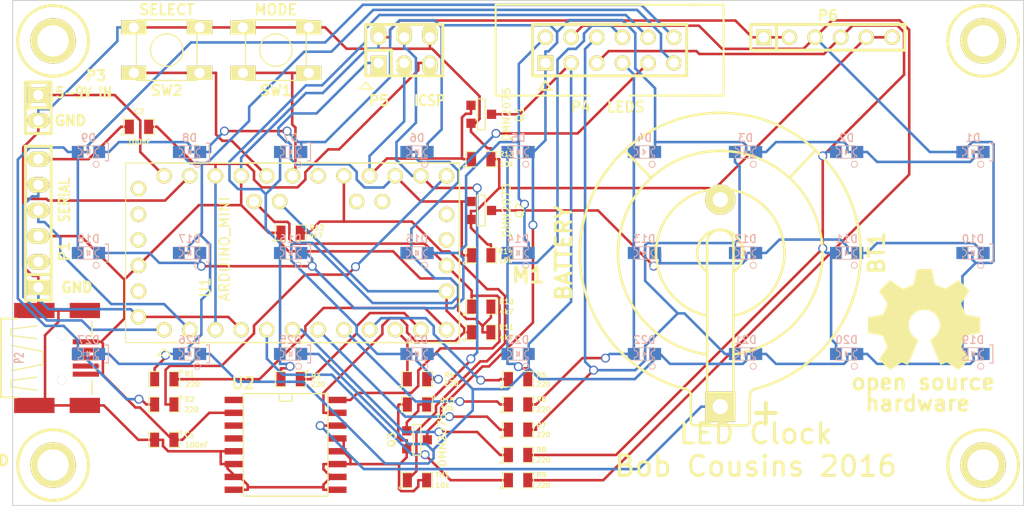
<source format=kicad_pcb>
(kicad_pcb (version 20171130) (host pcbnew 5.1.12-84ad8e8a86~92~ubuntu20.04.1)
  (layers (0 F.Cu signal) (31 B.Cu signal) (34 B.Paste user hide) (35 F.Paste user hide) (36 B.SilkS user hide) (37 F.SilkS user hide) (38 B.Mask user hide) (39 F.Mask user hide) (44 Edge.Cuts user))
  (net 0 "")
  (net 1 +5V)
  (net 2 /MISO)
  (net 3 /MOSI)
  (net 4 /SCK)
  (net 5 /SCL)
  (net 6 /SDA)
  (net 7 /SW1)
  (net 8 /SW2)
  (net 9 /VIN)
  (net 10 /~RST)
  (net 11 COL1)
  (net 12 COL2)
  (net 13 COL3)
  (net 14 COL4)
  (net 15 COL5)
  (net 16 COL6)
  (net 17 COL7)
  (net 18 COL8)
  (net 19 COL9)
  (net 20 GND)
  (net 21 N-0000012)
  (net 22 N-0000013)
  (net 23 N-0000014)
  (net 24 N-0000015)
  (net 25 N-0000016)
  (net 26 N-0000020)
  (net 27 N-0000024)
  (net 28 N-0000026)
  (net 29 N-0000027)
  (net 30 N-0000028)
  (net 31 N-0000040)
  (net 32 N-0000042)
  (net 33 ROW1)
  (net 34 ROW2)
  (net 35 ROW3)
  (net 36 RX)
  (net 37 TX)
  (module SOT23GDS (layer F.Cu) (at 122.555 62.865 90)
    (fp_text reference Q1 (at 0 3.81 90) (layer F.SilkS) (effects (font (size 0.762 0.762) (thickness 0.12954))))
    (fp_text value DMN2075 (at 0 2.5 90) (layer F.SilkS) (effects (font (size 0.762 0.762) (thickness 0.12954))))
    (pad S smd rect (at -0.889 -1.016 90) (size 0.9144 0.9144) (layers F.Cu F.Paste F.Mask) (net 20 GND))
    (pad G smd rect (at 0.889 -1.016 90) (size 0.9144 0.9144) (layers F.Cu F.Paste F.Mask) (net 4 /SCK))
    (pad D smd rect (at 0 1.016 90) (size 0.9144 0.9144) (layers F.Cu F.Paste F.Mask) (net 35 ROW3))
  )
  (module SOT23GDS (layer F.Cu) (at 122.555 72.39 90)
    (fp_text reference Q2 (at 0 3.81 90) (layer F.SilkS) (effects (font (size 0.762 0.762) (thickness 0.12954))))
    (fp_text value DMN2075 (at 0 2.5 90) (layer F.SilkS) (effects (font (size 0.762 0.762) (thickness 0.12954))))
    (pad S smd rect (at -0.889 -1.016 90) (size 0.9144 0.9144) (layers F.Cu F.Paste F.Mask) (net 20 GND))
    (pad G smd rect (at 0.889 -1.016 90) (size 0.9144 0.9144) (layers F.Cu F.Paste F.Mask) (net 2 /MISO))
    (pad D smd rect (at 0 1.016 90) (size 0.9144 0.9144) (layers F.Cu F.Paste F.Mask) (net 34 ROW2))
  )
  (module SOT23GDS (layer F.Cu) (at 116.2 95.1 90)
    (fp_text reference Q3 (at 0 -2.5 90) (layer F.SilkS) (effects (font (size 0.762 0.762) (thickness 0.12954))))
    (fp_text value DMN2075 (at 0 2.5 90) (layer F.SilkS) (effects (font (size 0.762 0.762) (thickness 0.12954))))
    (pad S smd rect (at -0.889 -1.016 90) (size 0.9144 0.9144) (layers F.Cu F.Paste F.Mask) (net 20 GND))
    (pad G smd rect (at 0.889 -1.016 90) (size 0.9144 0.9144) (layers F.Cu F.Paste F.Mask) (net 3 /MOSI))
    (pad D smd rect (at 0 1.016 90) (size 0.9144 0.9144) (layers F.Cu F.Paste F.Mask) (net 33 ROW1))
  )
  (module pin_strip_6 (layer F.Cu) (at 78.74 73.66 90)
    (fp_text reference P1 (at -2.775 2.58 90) (layer F.SilkS) (effects (font (size 1.016 1.016) (thickness 0.2032))))
    (fp_text value SERIAL (at 2.305 2.58 90) (layer F.SilkS) (effects (font (size 1.016 0.889) (thickness 0.2032))))
    (pad 1 thru_hole rect (at -6.35 0 90) (size 1.524 2.19964) (drill 1.00076) (layers *.Cu *.Mask F.SilkS) (net 20 GND))
    (pad 2 thru_hole oval (at -3.81 0 90) (size 1.524 2.19964) (drill 1.00076) (layers *.Cu *.Mask F.SilkS))
    (pad 3 thru_hole oval (at -1.27 0 90) (size 1.524 2.19964) (drill 1.00076) (layers *.Cu *.Mask F.SilkS) (net 1 +5V))
    (pad 4 thru_hole oval (at 1.27 0 90) (size 1.524 2.19964) (drill 1.00076) (layers *.Cu *.Mask F.SilkS) (net 36 RX))
    (pad 5 thru_hole oval (at 3.81 0 90) (size 1.524 2.19964) (drill 1.00076) (layers *.Cu *.Mask F.SilkS) (net 37 TX))
    (pad 6 thru_hole oval (at 6.35 0 90) (size 1.524 2.19964) (drill 1.00076) (layers *.Cu *.Mask F.SilkS) (net 27 N-0000024))
  )
  (module pin_strip_2 (layer F.Cu) (at 78.74 62.23 270)
    (fp_text reference P3 (at -3.175 -5.715) (layer F.SilkS) (effects (font (size 1.016 1.016) (thickness 0.2032))))
    (fp_text value "5-9V IN" (at -1.5 -4.5) (layer F.SilkS) (effects (font (size 1.016 0.889) (thickness 0.2032))))
    (pad 1 thru_hole rect (at -1.27 0 270) (size 1.524 2.19964) (drill 1.00076) (layers *.Cu *.Mask F.SilkS) (net 9 /VIN))
    (pad 2 thru_hole oval (at 1.27 0 270) (size 1.524 2.19964) (drill 1.00076) (layers *.Cu *.Mask F.SilkS) (net 20 GND))
  )
  (module HOLE_M3 (layer F.Cu) (at 80.2 97.6)
    (fp_text reference H2 hide)
    (fp_text value HOLE_RMC hide)
    (pad "" thru_hole circle (at 0 0) (size 4.50088 4.50088) (drill 3.0988) (layers *.Cu *.Mask F.SilkS))
  )
  (module HOLE_M3 (layer F.Cu) (at 172.2 55.6)
    (fp_text reference H3 hide)
    (fp_text value HOLE_RMC hide)
    (pad "" thru_hole circle (at 0 0) (size 4.50088 4.50088) (drill 3.0988) (layers *.Cu *.Mask F.SilkS))
  )
  (module HOLE_M3 (layer F.Cu) (at 172.2 97.6)
    (fp_text reference H4 hide)
    (fp_text value HOLE_RMC hide)
    (pad "" thru_hole circle (at 0 0) (size 4.50088 4.50088) (drill 3.0988) (layers *.Cu *.Mask F.SilkS))
  )
  (module HOLE_M3 (layer F.Cu) (at 80.2 55.6)
    (fp_text reference H1 hide)
    (fp_text value HOLE_RMC hide)
    (pad "" thru_hole circle (at 0 0) (size 4.50088 4.50088) (drill 3.0988) (layers *.Cu *.Mask F.SilkS))
  )
  (module PCB_GREEN_RMC (layer F.Cu) (at 126.2 76.6)
    (fp_text reference M1 (at 1 2.2) (layer F.SilkS) (effects (font (size 1.524 1.524) (thickness 0.3048))))
    (fp_text value PCB_GREEN_RMC hide)
  )
  (module SM0805 (layer F.Cu) (at 91.2 91.6 180)
    (fp_text reference R1 (at -2.5 3 180) (layer F.SilkS) (effects (font (size 0.50038 0.50038) (thickness 0.10922))))
    (fp_text value 220 (at -2.7 -0.5 180) (layer F.SilkS) (effects (font (size 0.50038 0.50038) (thickness 0.10922))))
    (pad 1 smd rect (at -0.9525 0 180) (size 0.889 1.397) (layers F.Cu F.Paste F.Mask) (net 28 N-0000026))
    (pad 2 smd rect (at 0.9525 0 180) (size 0.889 1.397) (layers F.Cu F.Paste F.Mask) (net 19 COL9))
  )
  (module SM0805 (layer F.Cu) (at 91.2 89.1 180)
    (fp_text reference R2 (at -2.5 -2 180) (layer F.SilkS) (effects (font (size 0.50038 0.50038) (thickness 0.10922))))
    (fp_text value 220 (at -2.8 -0.5 180) (layer F.SilkS) (effects (font (size 0.50038 0.50038) (thickness 0.10922))))
    (pad 1 smd rect (at -0.9525 0 180) (size 0.889 1.397) (layers F.Cu F.Paste F.Mask) (net 29 N-0000027))
    (pad 2 smd rect (at 0.9525 0 180) (size 0.889 1.397) (layers F.Cu F.Paste F.Mask) (net 18 COL8))
  )
  (module SM0805 (layer F.Cu) (at 103.7 89.1 180)
    (fp_text reference R3 (at -2.5 0.3 180) (layer F.SilkS) (effects (font (size 0.50038 0.50038) (thickness 0.10922))))
    (fp_text value 220 (at -2.7 -0.5 180) (layer F.SilkS) (effects (font (size 0.50038 0.50038) (thickness 0.10922))))
    (pad 1 smd rect (at -0.9525 0 180) (size 0.889 1.397) (layers F.Cu F.Paste F.Mask) (net 30 N-0000028))
    (pad 2 smd rect (at 0.9525 0 180) (size 0.889 1.397) (layers F.Cu F.Paste F.Mask) (net 17 COL7))
  )
  (module SM0805 (layer F.Cu) (at 116.2 89.1)
    (fp_text reference R4 (at 3.2 -0.4) (layer F.SilkS) (effects (font (size 0.50038 0.50038) (thickness 0.10922))))
    (fp_text value 220 (at 3.4 0.4) (layer F.SilkS) (effects (font (size 0.50038 0.50038) (thickness 0.10922))))
    (pad 1 smd rect (at -0.9525 0) (size 0.889 1.397) (layers F.Cu F.Paste F.Mask) (net 26 N-0000020))
    (pad 2 smd rect (at 0.9525 0) (size 0.889 1.397) (layers F.Cu F.Paste F.Mask) (net 16 COL6))
  )
  (module SM0805 (layer F.Cu) (at 126.2 89.1)
    (fp_text reference R5 (at 2.3 -0.4) (layer F.SilkS) (effects (font (size 0.50038 0.50038) (thickness 0.10922))))
    (fp_text value 220 (at 2.5 0.5) (layer F.SilkS) (effects (font (size 0.50038 0.50038) (thickness 0.10922))))
    (pad 1 smd rect (at -0.9525 0) (size 0.889 1.397) (layers F.Cu F.Paste F.Mask) (net 21 N-0000012))
    (pad 2 smd rect (at 0.9525 0) (size 0.889 1.397) (layers F.Cu F.Paste F.Mask) (net 15 COL5))
  )
  (module SM0805 (layer F.Cu) (at 126.2 91.6)
    (fp_text reference R6 (at 2.3 -0.5) (layer F.SilkS) (effects (font (size 0.50038 0.50038) (thickness 0.10922))))
    (fp_text value 220 (at 2.5 0.5) (layer F.SilkS) (effects (font (size 0.50038 0.50038) (thickness 0.10922))))
    (pad 1 smd rect (at -0.9525 0) (size 0.889 1.397) (layers F.Cu F.Paste F.Mask) (net 22 N-0000013))
    (pad 2 smd rect (at 0.9525 0) (size 0.889 1.397) (layers F.Cu F.Paste F.Mask) (net 14 COL4))
  )
  (module SM0805 (layer F.Cu) (at 126.2 94.1)
    (fp_text reference R7 (at 2.3 -0.4) (layer F.SilkS) (effects (font (size 0.50038 0.50038) (thickness 0.10922))))
    (fp_text value 220 (at 2.5 0.5) (layer F.SilkS) (effects (font (size 0.50038 0.50038) (thickness 0.10922))))
    (pad 1 smd rect (at -0.9525 0) (size 0.889 1.397) (layers F.Cu F.Paste F.Mask) (net 23 N-0000014))
    (pad 2 smd rect (at 0.9525 0) (size 0.889 1.397) (layers F.Cu F.Paste F.Mask) (net 13 COL3))
  )
  (module SM0805 (layer F.Cu) (at 126.2 96.6)
    (fp_text reference R8 (at 2.3 -0.5) (layer F.SilkS) (effects (font (size 0.50038 0.50038) (thickness 0.10922))))
    (fp_text value 220 (at 2.5 0.5) (layer F.SilkS) (effects (font (size 0.50038 0.50038) (thickness 0.10922))))
    (pad 1 smd rect (at -0.9525 0) (size 0.889 1.397) (layers F.Cu F.Paste F.Mask) (net 24 N-0000015))
    (pad 2 smd rect (at 0.9525 0) (size 0.889 1.397) (layers F.Cu F.Paste F.Mask) (net 12 COL2))
  )
  (module SM0805 (layer F.Cu) (at 126.2 99.1)
    (fp_text reference R9 (at 2.3 -0.5) (layer F.SilkS) (effects (font (size 0.50038 0.50038) (thickness 0.10922))))
    (fp_text value 220 (at 2.5 0.5) (layer F.SilkS) (effects (font (size 0.50038 0.50038) (thickness 0.10922))))
    (pad 1 smd rect (at -0.9525 0) (size 0.889 1.397) (layers F.Cu F.Paste F.Mask) (net 25 N-0000016))
    (pad 2 smd rect (at 0.9525 0) (size 0.889 1.397) (layers F.Cu F.Paste F.Mask) (net 11 COL1))
  )
  (module SM0805 (layer F.Cu) (at 122.555 81.915)
    (fp_text reference R10 (at 2.5 -0.5) (layer F.SilkS) (effects (font (size 0.50038 0.50038) (thickness 0.10922))))
    (fp_text value 4k7 (at 2.5 0.5) (layer F.SilkS) (effects (font (size 0.50038 0.50038) (thickness 0.10922))))
    (pad 1 smd rect (at -0.9525 0) (size 0.889 1.397) (layers F.Cu F.Paste F.Mask) (net 5 /SCL))
    (pad 2 smd rect (at 0.9525 0) (size 0.889 1.397) (layers F.Cu F.Paste F.Mask) (net 1 +5V))
  )
  (module SM0805 (layer F.Cu) (at 122.555 84.455)
    (fp_text reference R11 (at 2.5 -0.5) (layer F.SilkS) (effects (font (size 0.50038 0.50038) (thickness 0.10922))))
    (fp_text value 4k7 (at 2.5 0.5) (layer F.SilkS) (effects (font (size 0.50038 0.50038) (thickness 0.10922))))
    (pad 1 smd rect (at -0.9525 0) (size 0.889 1.397) (layers F.Cu F.Paste F.Mask) (net 6 /SDA))
    (pad 2 smd rect (at 0.9525 0) (size 0.889 1.397) (layers F.Cu F.Paste F.Mask) (net 1 +5V))
  )
  (module PIN_ARRAY_6x2_RMC (layer F.Cu) (at 135.255 56.515)
    (fp_text reference P4 (at -2.85 5.63) (layer F.SilkS) (effects (font (size 1.016 1.016) (thickness 0.2032))))
    (fp_text value LEDS (at 1.595 5.63) (layer F.SilkS) (effects (font (size 1.016 1.016) (thickness 0.2032))))
    (pad 1 thru_hole rect (at -6.35 1.27) (size 1.524 1.524) (drill 1.016) (layers *.Cu *.Mask F.SilkS) (net 33 ROW1))
    (pad 2 thru_hole circle (at -6.35 -1.27) (size 1.524 1.524) (drill 1.016) (layers *.Cu *.Mask F.SilkS) (net 34 ROW2))
    (pad 3 thru_hole circle (at -3.81 1.27) (size 1.524 1.524) (drill 1.016) (layers *.Cu *.Mask F.SilkS) (net 35 ROW3))
    (pad 4 thru_hole circle (at -3.81 -1.27) (size 1.524 1.524) (drill 1.016) (layers *.Cu *.Mask F.SilkS) (net 11 COL1))
    (pad 5 thru_hole circle (at -1.27 1.27) (size 1.524 1.524) (drill 1.016) (layers *.Cu *.Mask F.SilkS) (net 12 COL2))
    (pad 6 thru_hole circle (at -1.27 -1.27) (size 1.524 1.524) (drill 1.016) (layers *.Cu *.Mask F.SilkS) (net 13 COL3))
    (pad 7 thru_hole circle (at 1.27 1.27) (size 1.524 1.524) (drill 1.016) (layers *.Cu *.Mask F.SilkS) (net 14 COL4))
    (pad 8 thru_hole circle (at 1.27 -1.27) (size 1.524 1.524) (drill 1.016) (layers *.Cu *.Mask F.SilkS) (net 15 COL5))
    (pad 9 thru_hole circle (at 3.81 1.27) (size 1.524 1.524) (drill 1.016) (layers *.Cu *.Mask F.SilkS) (net 16 COL6))
    (pad 10 thru_hole circle (at 3.81 -1.27) (size 1.524 1.524) (drill 1.016) (layers *.Cu *.Mask F.SilkS) (net 17 COL7))
    (pad 11 thru_hole circle (at 6.35 1.27) (size 1.524 1.524) (drill 1.016) (layers *.Cu *.Mask F.SilkS) (net 18 COL8))
    (pad 12 thru_hole circle (at 6.35 -1.27) (size 1.524 1.524) (drill 1.016) (layers *.Cu *.Mask F.SilkS) (net 19 COL9))
  )
  (module SM0805 (layer F.Cu) (at 91.2 95.1 180)
    (fp_text reference C1 (at -2.5 0.5 180) (layer F.SilkS) (effects (font (size 0.50038 0.50038) (thickness 0.10922))))
    (fp_text value 100nF (at -3.2 -0.5 180) (layer F.SilkS) (effects (font (size 0.50038 0.50038) (thickness 0.10922))))
    (pad 1 smd rect (at -0.9525 0 180) (size 0.889 1.397) (layers F.Cu F.Paste F.Mask) (net 1 +5V))
    (pad 2 smd rect (at 0.9525 0 180) (size 0.889 1.397) (layers F.Cu F.Paste F.Mask) (net 20 GND))
  )
  (module keystone_106 (layer F.Cu) (at 146.2 76.6 270)
    (fp_text reference BT1 (at -0.019 -15.471 270) (layer F.SilkS) (effects (font (size 1.524 1.524) (thickness 0.3048))))
    (fp_text value BATTERY (at 0 15.494 270) (layer F.SilkS) (effects (font (size 1.524 1.524) (thickness 0.3048))))
    (pad 2 thru_hole circle (at -5.2832 0 270) (size 2.99974 2.99974) (drill 1.4986) (layers *.Cu *.Mask F.SilkS) (net 20 GND))
    (pad 1 thru_hole rect (at 15.2146 0 270) (size 2.9972 2.9972) (drill 1.4986) (layers *.Cu *.Mask F.SilkS) (net 32 N-0000042))
  )
  (module LED-0805_RED (layer B.Cu) (at 93.7 76.6)
    (fp_text reference D17 (at 0 -1.397) (layer B.SilkS) (effects (font (size 0.762 0.762) (thickness 0.127)) (justify mirror)))
    (fp_text value LED hide)
    (pad 1 smd rect (at -1.04902 0) (size 1.19888 1.19888) (layers B.Cu B.Paste B.Mask) (net 18 COL8))
    (pad 2 smd rect (at 1.04902 0) (size 1.19888 1.19888) (layers B.Cu B.Paste B.Mask) (net 34 ROW2))
  )
  (module LED-0805_RED (layer B.Cu) (at 83.7 86.6)
    (fp_text reference D27 (at 0 -1.397) (layer B.SilkS) (effects (font (size 0.762 0.762) (thickness 0.127)) (justify mirror)))
    (fp_text value LED hide)
    (pad 1 smd rect (at -1.04902 0) (size 1.19888 1.19888) (layers B.Cu B.Paste B.Mask) (net 19 COL9))
    (pad 2 smd rect (at 1.04902 0) (size 1.19888 1.19888) (layers B.Cu B.Paste B.Mask) (net 35 ROW3))
  )
  (module LED-0805_RED (layer B.Cu) (at 83.7 76.6)
    (fp_text reference D18 (at 0 -1.397) (layer B.SilkS) (effects (font (size 0.762 0.762) (thickness 0.127)) (justify mirror)))
    (fp_text value LED hide)
    (pad 1 smd rect (at -1.04902 0) (size 1.19888 1.19888) (layers B.Cu B.Paste B.Mask) (net 19 COL9))
    (pad 2 smd rect (at 1.04902 0) (size 1.19888 1.19888) (layers B.Cu B.Paste B.Mask) (net 34 ROW2))
  )
  (module LED-0805_RED (layer B.Cu) (at 83.7 66.6)
    (fp_text reference D9 (at 0 -1.397) (layer B.SilkS) (effects (font (size 0.762 0.762) (thickness 0.127)) (justify mirror)))
    (fp_text value LED hide)
    (pad 1 smd rect (at -1.04902 0) (size 1.19888 1.19888) (layers B.Cu B.Paste B.Mask) (net 19 COL9))
    (pad 2 smd rect (at 1.04902 0) (size 1.19888 1.19888) (layers B.Cu B.Paste B.Mask) (net 33 ROW1))
  )
  (module LED-0805_RED (layer B.Cu) (at 103.7 66.6)
    (fp_text reference D7 (at 0 -1.397) (layer B.SilkS) (effects (font (size 0.762 0.762) (thickness 0.127)) (justify mirror)))
    (fp_text value LED hide)
    (pad 1 smd rect (at -1.04902 0) (size 1.19888 1.19888) (layers B.Cu B.Paste B.Mask) (net 17 COL7))
    (pad 2 smd rect (at 1.04902 0) (size 1.19888 1.19888) (layers B.Cu B.Paste B.Mask) (net 33 ROW1))
  )
  (module LED-0805_RED (layer B.Cu) (at 103.7 76.6)
    (fp_text reference D16 (at 0 -1.397) (layer B.SilkS) (effects (font (size 0.762 0.762) (thickness 0.127)) (justify mirror)))
    (fp_text value LED hide)
    (pad 1 smd rect (at -1.04902 0) (size 1.19888 1.19888) (layers B.Cu B.Paste B.Mask) (net 17 COL7))
    (pad 2 smd rect (at 1.04902 0) (size 1.19888 1.19888) (layers B.Cu B.Paste B.Mask) (net 34 ROW2))
  )
  (module LED-0805_RED (layer B.Cu) (at 103.7 86.6)
    (fp_text reference D25 (at 0 -1.397) (layer B.SilkS) (effects (font (size 0.762 0.762) (thickness 0.127)) (justify mirror)))
    (fp_text value LED hide)
    (pad 1 smd rect (at -1.04902 0) (size 1.19888 1.19888) (layers B.Cu B.Paste B.Mask) (net 17 COL7))
    (pad 2 smd rect (at 1.04902 0) (size 1.19888 1.19888) (layers B.Cu B.Paste B.Mask) (net 35 ROW3))
  )
  (module LED-0805_RED (layer B.Cu) (at 93.7 66.6)
    (fp_text reference D8 (at 0 -1.397) (layer B.SilkS) (effects (font (size 0.762 0.762) (thickness 0.127)) (justify mirror)))
    (fp_text value LED hide)
    (pad 1 smd rect (at -1.04902 0) (size 1.19888 1.19888) (layers B.Cu B.Paste B.Mask) (net 18 COL8))
    (pad 2 smd rect (at 1.04902 0) (size 1.19888 1.19888) (layers B.Cu B.Paste B.Mask) (net 33 ROW1))
  )
  (module LED-0805_RED (layer B.Cu) (at 93.7 86.6)
    (fp_text reference D26 (at 0 -1.397) (layer B.SilkS) (effects (font (size 0.762 0.762) (thickness 0.127)) (justify mirror)))
    (fp_text value LED hide)
    (pad 1 smd rect (at -1.04902 0) (size 1.19888 1.19888) (layers B.Cu B.Paste B.Mask) (net 18 COL8))
    (pad 2 smd rect (at 1.04902 0) (size 1.19888 1.19888) (layers B.Cu B.Paste B.Mask) (net 35 ROW3))
  )
  (module LED-0805_RED (layer B.Cu) (at 171.2 86.6)
    (fp_text reference D19 (at 0 -1.397) (layer B.SilkS) (effects (font (size 0.762 0.762) (thickness 0.127)) (justify mirror)))
    (fp_text value LED hide)
    (pad 1 smd rect (at -1.04902 0) (size 1.19888 1.19888) (layers B.Cu B.Paste B.Mask) (net 11 COL1))
    (pad 2 smd rect (at 1.04902 0) (size 1.19888 1.19888) (layers B.Cu B.Paste B.Mask) (net 35 ROW3))
  )
  (module LED-0805_RED (layer B.Cu) (at 171.2 76.6)
    (fp_text reference D10 (at 0 -1.397) (layer B.SilkS) (effects (font (size 0.762 0.762) (thickness 0.127)) (justify mirror)))
    (fp_text value LED hide)
    (pad 1 smd rect (at -1.04902 0) (size 1.19888 1.19888) (layers B.Cu B.Paste B.Mask) (net 11 COL1))
    (pad 2 smd rect (at 1.04902 0) (size 1.19888 1.19888) (layers B.Cu B.Paste B.Mask) (net 34 ROW2))
  )
  (module LED-0805_RED (layer B.Cu) (at 171.2 66.6)
    (fp_text reference D1 (at 0 -1.397) (layer B.SilkS) (effects (font (size 0.762 0.762) (thickness 0.127)) (justify mirror)))
    (fp_text value LED hide)
    (pad 1 smd rect (at -1.04902 0) (size 1.19888 1.19888) (layers B.Cu B.Paste B.Mask) (net 11 COL1))
    (pad 2 smd rect (at 1.04902 0) (size 1.19888 1.19888) (layers B.Cu B.Paste B.Mask) (net 33 ROW1))
  )
  (module LED-0805_BLUE (layer B.Cu) (at 126.2 76.6)
    (fp_text reference D14 (at 0 -1.397) (layer B.SilkS) (effects (font (size 0.762 0.762) (thickness 0.127)) (justify mirror)))
    (fp_text value LED hide)
    (pad 1 smd rect (at -1.04902 0) (size 1.19888 1.19888) (layers B.Cu B.Paste B.Mask) (net 15 COL5))
    (pad 2 smd rect (at 1.04902 0) (size 1.19888 1.19888) (layers B.Cu B.Paste B.Mask) (net 34 ROW2))
  )
  (module LED-0805_BLUE (layer B.Cu) (at 126.2 86.6)
    (fp_text reference D23 (at 0 -1.397) (layer B.SilkS) (effects (font (size 0.762 0.762) (thickness 0.127)) (justify mirror)))
    (fp_text value LED hide)
    (pad 1 smd rect (at -1.04902 0) (size 1.19888 1.19888) (layers B.Cu B.Paste B.Mask) (net 15 COL5))
    (pad 2 smd rect (at 1.04902 0) (size 1.19888 1.19888) (layers B.Cu B.Paste B.Mask) (net 35 ROW3))
  )
  (module LED-0805_BLUE (layer B.Cu) (at 116.2 66.6)
    (fp_text reference D6 (at 0 -1.397) (layer B.SilkS) (effects (font (size 0.762 0.762) (thickness 0.127)) (justify mirror)))
    (fp_text value LED hide)
    (pad 1 smd rect (at -1.04902 0) (size 1.19888 1.19888) (layers B.Cu B.Paste B.Mask) (net 16 COL6))
    (pad 2 smd rect (at 1.04902 0) (size 1.19888 1.19888) (layers B.Cu B.Paste B.Mask) (net 33 ROW1))
  )
  (module LED-0805_BLUE (layer B.Cu) (at 116.2 76.6)
    (fp_text reference D15 (at 0 -1.397) (layer B.SilkS) (effects (font (size 0.762 0.762) (thickness 0.127)) (justify mirror)))
    (fp_text value LED hide)
    (pad 1 smd rect (at -1.04902 0) (size 1.19888 1.19888) (layers B.Cu B.Paste B.Mask) (net 16 COL6))
    (pad 2 smd rect (at 1.04902 0) (size 1.19888 1.19888) (layers B.Cu B.Paste B.Mask) (net 34 ROW2))
  )
  (module LED-0805_BLUE (layer B.Cu) (at 116.2 86.6)
    (fp_text reference D24 (at 0 -1.397) (layer B.SilkS) (effects (font (size 0.762 0.762) (thickness 0.127)) (justify mirror)))
    (fp_text value LED hide)
    (pad 1 smd rect (at -1.04902 0) (size 1.19888 1.19888) (layers B.Cu B.Paste B.Mask) (net 16 COL6))
    (pad 2 smd rect (at 1.04902 0) (size 1.19888 1.19888) (layers B.Cu B.Paste B.Mask) (net 35 ROW3))
  )
  (module LED-0805_BLUE (layer B.Cu) (at 126.2 66.6)
    (fp_text reference D5 (at 0 -1.397) (layer B.SilkS) (effects (font (size 0.762 0.762) (thickness 0.127)) (justify mirror)))
    (fp_text value LED hide)
    (pad 1 smd rect (at -1.04902 0) (size 1.19888 1.19888) (layers B.Cu B.Paste B.Mask) (net 15 COL5))
    (pad 2 smd rect (at 1.04902 0) (size 1.19888 1.19888) (layers B.Cu B.Paste B.Mask) (net 33 ROW1))
  )
  (module LED-0805_GREEN (layer B.Cu) (at 158.7 66.6)
    (fp_text reference D2 (at 0 -1.397) (layer B.SilkS) (effects (font (size 0.762 0.762) (thickness 0.127)) (justify mirror)))
    (fp_text value LED hide)
    (pad 1 smd rect (at -1.04902 0) (size 1.19888 1.19888) (layers B.Cu B.Paste B.Mask) (net 12 COL2))
    (pad 2 smd rect (at 1.04902 0) (size 1.19888 1.19888) (layers B.Cu B.Paste B.Mask) (net 33 ROW1))
  )
  (module LED-0805_GREEN (layer B.Cu) (at 158.7 76.6)
    (fp_text reference D11 (at 0 -1.397) (layer B.SilkS) (effects (font (size 0.762 0.762) (thickness 0.127)) (justify mirror)))
    (fp_text value LED hide)
    (pad 1 smd rect (at -1.04902 0) (size 1.19888 1.19888) (layers B.Cu B.Paste B.Mask) (net 12 COL2))
    (pad 2 smd rect (at 1.04902 0) (size 1.19888 1.19888) (layers B.Cu B.Paste B.Mask) (net 34 ROW2))
  )
  (module LED-0805_GREEN (layer B.Cu) (at 158.7 86.6)
    (fp_text reference D20 (at 0 -1.397) (layer B.SilkS) (effects (font (size 0.762 0.762) (thickness 0.127)) (justify mirror)))
    (fp_text value LED hide)
    (pad 1 smd rect (at -1.04902 0) (size 1.19888 1.19888) (layers B.Cu B.Paste B.Mask) (net 12 COL2))
    (pad 2 smd rect (at 1.04902 0) (size 1.19888 1.19888) (layers B.Cu B.Paste B.Mask) (net 35 ROW3))
  )
  (module LED-0805_GREEN (layer B.Cu) (at 148.7 66.6)
    (fp_text reference D3 (at 0 -1.397) (layer B.SilkS) (effects (font (size 0.762 0.762) (thickness 0.127)) (justify mirror)))
    (fp_text value LED hide)
    (pad 1 smd rect (at -1.04902 0) (size 1.19888 1.19888) (layers B.Cu B.Paste B.Mask) (net 13 COL3))
    (pad 2 smd rect (at 1.04902 0) (size 1.19888 1.19888) (layers B.Cu B.Paste B.Mask) (net 33 ROW1))
  )
  (module LED-0805_GREEN (layer B.Cu) (at 148.7 76.6)
    (fp_text reference D12 (at 0 -1.397) (layer B.SilkS) (effects (font (size 0.762 0.762) (thickness 0.127)) (justify mirror)))
    (fp_text value LED hide)
    (pad 1 smd rect (at -1.04902 0) (size 1.19888 1.19888) (layers B.Cu B.Paste B.Mask) (net 13 COL3))
    (pad 2 smd rect (at 1.04902 0) (size 1.19888 1.19888) (layers B.Cu B.Paste B.Mask) (net 34 ROW2))
  )
  (module LED-0805_GREEN (layer B.Cu) (at 148.7 86.6)
    (fp_text reference D21 (at 0 -1.397) (layer B.SilkS) (effects (font (size 0.762 0.762) (thickness 0.127)) (justify mirror)))
    (fp_text value LED hide)
    (pad 1 smd rect (at -1.04902 0) (size 1.19888 1.19888) (layers B.Cu B.Paste B.Mask) (net 13 COL3))
    (pad 2 smd rect (at 1.04902 0) (size 1.19888 1.19888) (layers B.Cu B.Paste B.Mask) (net 35 ROW3))
  )
  (module LED-0805_GREEN (layer B.Cu) (at 138.7 76.6)
    (fp_text reference D13 (at 0 -1.397) (layer B.SilkS) (effects (font (size 0.762 0.762) (thickness 0.127)) (justify mirror)))
    (fp_text value LED hide)
    (pad 1 smd rect (at -1.04902 0) (size 1.19888 1.19888) (layers B.Cu B.Paste B.Mask) (net 14 COL4))
    (pad 2 smd rect (at 1.04902 0) (size 1.19888 1.19888) (layers B.Cu B.Paste B.Mask) (net 34 ROW2))
  )
  (module LED-0805_GREEN (layer B.Cu) (at 138.7 86.6)
    (fp_text reference D22 (at 0 -1.397) (layer B.SilkS) (effects (font (size 0.762 0.762) (thickness 0.127)) (justify mirror)))
    (fp_text value LED hide)
    (pad 1 smd rect (at -1.04902 0) (size 1.19888 1.19888) (layers B.Cu B.Paste B.Mask) (net 14 COL4))
    (pad 2 smd rect (at 1.04902 0) (size 1.19888 1.19888) (layers B.Cu B.Paste B.Mask) (net 35 ROW3))
  )
  (module LED-0805_GREEN (layer B.Cu) (at 138.7 66.6)
    (fp_text reference D4 (at 0 -1.397) (layer B.SilkS) (effects (font (size 0.762 0.762) (thickness 0.127)) (justify mirror)))
    (fp_text value LED hide)
    (pad 1 smd rect (at -1.04902 0) (size 1.19888 1.19888) (layers B.Cu B.Paste B.Mask) (net 14 COL4))
    (pad 2 smd rect (at 1.04902 0) (size 1.19888 1.19888) (layers B.Cu B.Paste B.Mask) (net 33 ROW1))
  )
  (module SO16L (layer F.Cu) (at 103.2 95.6 270)
    (fp_text reference U2 (at -6.1 4.2) (layer F.SilkS) (effects (font (size 1.143 1.143) (thickness 0.2032))))
    (fp_text value DS3231N hide)
    (pad 1 smd rect (at -4.445 5.08 270) (size 0.635 1.905) (layers F.Cu F.Paste F.Mask))
    (pad 2 smd rect (at -3.175 5.08 270) (size 0.635 1.905) (layers F.Cu F.Paste F.Mask) (net 1 +5V))
    (pad 3 smd rect (at -1.905 5.08 270) (size 0.635 1.905) (layers F.Cu F.Paste F.Mask))
    (pad 4 smd rect (at -0.635 5.08 270) (size 0.635 1.905) (layers F.Cu F.Paste F.Mask))
    (pad 5 smd rect (at 0.635 5.08 270) (size 0.635 1.905) (layers F.Cu F.Paste F.Mask) (net 20 GND))
    (pad 6 smd rect (at 1.905 5.08 270) (size 0.635 1.905) (layers F.Cu F.Paste F.Mask) (net 20 GND))
    (pad 7 smd rect (at 3.175 5.08 270) (size 0.635 1.905) (layers F.Cu F.Paste F.Mask) (net 20 GND))
    (pad 8 smd rect (at 4.445 5.08 270) (size 0.635 1.905) (layers F.Cu F.Paste F.Mask) (net 20 GND))
    (pad 9 smd rect (at 4.445 -5.08 270) (size 0.635 1.905) (layers F.Cu F.Paste F.Mask) (net 20 GND))
    (pad 10 smd rect (at 3.175 -5.08 270) (size 0.635 1.905) (layers F.Cu F.Paste F.Mask) (net 20 GND))
    (pad 11 smd rect (at 1.905 -5.08 270) (size 0.635 1.905) (layers F.Cu F.Paste F.Mask) (net 20 GND))
    (pad 12 smd rect (at 0.635 -5.08 270) (size 0.635 1.905) (layers F.Cu F.Paste F.Mask) (net 20 GND))
    (pad 13 smd rect (at -0.635 -5.08 270) (size 0.635 1.905) (layers F.Cu F.Paste F.Mask) (net 20 GND))
    (pad 14 smd rect (at -1.905 -5.08 270) (size 0.635 1.905) (layers F.Cu F.Paste F.Mask) (net 32 N-0000042))
    (pad 15 smd rect (at -3.175 -5.08 270) (size 0.635 1.905) (layers F.Cu F.Paste F.Mask) (net 6 /SDA))
    (pad 16 smd rect (at -4.445 -5.08 270) (size 0.635 1.905) (layers F.Cu F.Paste F.Mask) (net 5 /SCL))
  )
  (module SM0805 (layer F.Cu) (at 103.7 74.6)
    (fp_text reference R12 (at 2.6 -0.5) (layer F.SilkS) (effects (font (size 0.50038 0.50038) (thickness 0.10922))))
    (fp_text value 4k7 (at 2.5 0.3) (layer F.SilkS) (effects (font (size 0.50038 0.50038) (thickness 0.10922))))
    (pad 1 smd rect (at -0.9525 0) (size 0.889 1.397) (layers F.Cu F.Paste F.Mask) (net 1 +5V))
    (pad 2 smd rect (at 0.9525 0) (size 0.889 1.397) (layers F.Cu F.Paste F.Mask) (net 31 N-0000040))
  )
  (module SM0805 (layer F.Cu) (at 116.2 99.1)
    (fp_text reference TH1 (at 2.5 -0.5) (layer F.SilkS) (effects (font (size 0.50038 0.50038) (thickness 0.10922))))
    (fp_text value 10k (at 2.5 0.5) (layer F.SilkS) (effects (font (size 0.50038 0.50038) (thickness 0.10922))))
    (pad 1 smd rect (at -0.9525 0) (size 0.889 1.397) (layers F.Cu F.Paste F.Mask) (net 31 N-0000040))
    (pad 2 smd rect (at 0.9525 0) (size 0.889 1.397) (layers F.Cu F.Paste F.Mask) (net 20 GND))
  )
  (module SM0805 (layer F.Cu) (at 88.7 64.1)
    (fp_text reference C2 (at 0 -1.5) (layer F.SilkS) (effects (font (size 0.50038 0.50038) (thickness 0.10922))))
    (fp_text value 100nF (at 0 1.5) (layer F.SilkS) (effects (font (size 0.50038 0.50038) (thickness 0.10922))))
    (pad 1 smd rect (at -0.9525 0) (size 0.889 1.397) (layers F.Cu F.Paste F.Mask) (net 27 N-0000024))
    (pad 2 smd rect (at 0.9525 0) (size 0.889 1.397) (layers F.Cu F.Paste F.Mask) (net 10 /~RST))
  )
  (module pin_strip_3x2 (layer F.Cu) (at 114.935 56.515)
    (fp_text reference P5 (at -2.5 5) (layer F.SilkS) (effects (font (size 1.016 1.016) (thickness 0.2032))))
    (fp_text value ICSP (at 2.5 5) (layer F.SilkS) (effects (font (size 1.016 0.889) (thickness 0.2032))))
    (pad 1 thru_hole rect (at -2.54 1.27) (size 1.524 1.99898) (drill 1.00076 (offset 0 0.24892)) (layers *.Cu *.Mask F.SilkS) (net 2 /MISO))
    (pad 2 thru_hole oval (at -2.54 -1.27) (size 1.524 1.99898) (drill 1.00076 (offset 0 -0.24892)) (layers *.Cu *.Mask F.SilkS) (net 1 +5V))
    (pad 3 thru_hole oval (at 0 1.27) (size 1.524 1.99898) (drill 1.00076 (offset 0 0.24892)) (layers *.Cu *.Mask F.SilkS) (net 4 /SCK))
    (pad 4 thru_hole oval (at 0 -1.27) (size 1.524 1.99898) (drill 1.00076 (offset 0 -0.24892)) (layers *.Cu *.Mask F.SilkS) (net 3 /MOSI))
    (pad 5 thru_hole oval (at 2.54 1.27) (size 1.524 1.99898) (drill 1.00076 (offset 0 0.24892)) (layers *.Cu *.Mask F.SilkS) (net 10 /~RST))
    (pad 6 thru_hole oval (at 2.54 -1.27) (size 1.524 1.99898) (drill 1.00076 (offset 0 -0.24892)) (layers *.Cu *.Mask F.SilkS) (net 20 GND))
  )
  (module OSHW_logo_2 (layer F.Cu) (at 166.37 83.185)
    (fp_text reference M2 hide)
    (fp_text value LOGO_OSHW hide)
    (fp_text user hardware (at -0.64516 8.30072) (layer F.SilkS) (effects (font (size 1.524 1.524) (thickness 0.3048))))
    (fp_text user "open source" (at -0.09906 6.20014) (layer F.SilkS) (effects (font (size 1.524 1.524) (thickness 0.3048))))
  )
  (module SM0805 (layer F.Cu) (at 122.555 67.31)
    (fp_text reference R13 (at 2.5 -0.5) (layer F.SilkS) (effects (font (size 0.50038 0.50038) (thickness 0.10922))))
    (fp_text value 10k (at 2.5 0.5) (layer F.SilkS) (effects (font (size 0.50038 0.50038) (thickness 0.10922))))
    (pad 1 smd rect (at -0.9525 0) (size 0.889 1.397) (layers F.Cu F.Paste F.Mask) (net 4 /SCK))
    (pad 2 smd rect (at 0.9525 0) (size 0.889 1.397) (layers F.Cu F.Paste F.Mask) (net 20 GND))
  )
  (module SM0805 (layer F.Cu) (at 122.555 76.835)
    (fp_text reference R14 (at 2.4 -0.4) (layer F.SilkS) (effects (font (size 0.50038 0.50038) (thickness 0.10922))))
    (fp_text value 10k (at 2.4 0.5) (layer F.SilkS) (effects (font (size 0.50038 0.50038) (thickness 0.10922))))
    (pad 1 smd rect (at -0.9525 0) (size 0.889 1.397) (layers F.Cu F.Paste F.Mask) (net 2 /MISO))
    (pad 2 smd rect (at 0.9525 0) (size 0.889 1.397) (layers F.Cu F.Paste F.Mask) (net 20 GND))
  )
  (module SM0805 (layer F.Cu) (at 116.2 91.6 180)
    (fp_text reference R15 (at -3 0.4 180) (layer F.SilkS) (effects (font (size 0.50038 0.50038) (thickness 0.10922))))
    (fp_text value 10k (at -3 -0.4 180) (layer F.SilkS) (effects (font (size 0.50038 0.50038) (thickness 0.10922))))
    (pad 1 smd rect (at -0.9525 0 180) (size 0.889 1.397) (layers F.Cu F.Paste F.Mask) (net 3 /MOSI))
    (pad 2 smd rect (at 0.9525 0 180) (size 0.889 1.397) (layers F.Cu F.Paste F.Mask) (net 20 GND))
  )
  (module SW_6x6_MULTI (layer F.Cu) (at 102.235 56.515 180)
    (fp_text reference SW1 (at 0 -4.0005 180) (layer F.SilkS) (effects (font (size 1.016 1.016) (thickness 0.2032))))
    (fp_text value MODE (at 0 4.0005 180) (layer F.SilkS) (effects (font (size 1.016 1.016) (thickness 0.2032))))
    (pad 1 thru_hole rect (at 3.24866 -2.25044 180) (size 2.49936 1.397) (drill 1.00076) (layers *.Cu *.Mask F.SilkS) (net 7 /SW1))
    (pad 2 thru_hole rect (at 3.24866 2.25044 180) (size 2.49936 1.397) (drill 1.00076) (layers *.Cu *.Mask F.SilkS) (net 20 GND))
    (pad 1 thru_hole rect (at -3.2512 -2.25044 180) (size 2.49936 1.397) (drill 1.00076) (layers *.Cu *.Mask F.SilkS) (net 7 /SW1))
    (pad 2 thru_hole rect (at -3.2512 2.25044 180) (size 2.49936 1.397) (drill 1.00076) (layers *.Cu *.Mask F.SilkS) (net 20 GND))
  )
  (module SW_6x6_MULTI (layer F.Cu) (at 91.44 56.515 180)
    (fp_text reference SW2 (at 0 -4.0005 180) (layer F.SilkS) (effects (font (size 1.016 1.016) (thickness 0.2032))))
    (fp_text value SELECT (at 0 4.0005 180) (layer F.SilkS) (effects (font (size 1.016 1.016) (thickness 0.2032))))
    (pad 1 thru_hole rect (at 3.24866 -2.25044 180) (size 2.49936 1.397) (drill 1.00076) (layers *.Cu *.Mask F.SilkS) (net 8 /SW2))
    (pad 2 thru_hole rect (at 3.24866 2.25044 180) (size 2.49936 1.397) (drill 1.00076) (layers *.Cu *.Mask F.SilkS) (net 20 GND))
    (pad 1 thru_hole rect (at -3.2512 -2.25044 180) (size 2.49936 1.397) (drill 1.00076) (layers *.Cu *.Mask F.SilkS) (net 8 /SW2))
    (pad 2 thru_hole rect (at -3.2512 2.25044 180) (size 2.49936 1.397) (drill 1.00076) (layers *.Cu *.Mask F.SilkS) (net 20 GND))
  )
  (module ARDUINO_MINI (layer F.Cu) (at 91.186 84.201 90)
    (fp_text reference U1 (at 4.191 4.064 90) (layer F.SilkS))
    (fp_text value ARDUINO_MINI (at 8.001 5.969 90) (layer F.SilkS))
    (pad 0 thru_hole circle (at 0 2.54 90) (size 1.524 1.524) (drill 1.016) (layers *.Cu *.Mask F.SilkS) (net 36 RX))
    (pad RST thru_hole circle (at 0 5.08 90) (size 1.524 1.524) (drill 1.016) (layers *.Cu *.Mask F.SilkS) (net 10 /~RST))
    (pad GND thru_hole circle (at 0 7.62 90) (size 1.524 1.524) (drill 1.016) (layers *.Cu *.Mask F.SilkS) (net 20 GND))
    (pad 1 thru_hole circle (at 0 0 90) (size 1.524 1.524) (drill 1.016) (layers *.Cu *.Mask F.SilkS) (net 37 TX))
    (pad 2 thru_hole circle (at 0 10.16 90) (size 1.524 1.524) (drill 1.016) (layers *.Cu *.Mask F.SilkS) (net 25 N-0000016))
    (pad 3 thru_hole circle (at 0 12.7 90) (size 1.524 1.524) (drill 1.016) (layers *.Cu *.Mask F.SilkS) (net 24 N-0000015))
    (pad 4 thru_hole circle (at 0 15.24 90) (size 1.524 1.524) (drill 1.016) (layers *.Cu *.Mask F.SilkS) (net 23 N-0000014))
    (pad 5 thru_hole circle (at 0 17.78 90) (size 1.524 1.524) (drill 1.016) (layers *.Cu *.Mask F.SilkS) (net 22 N-0000013))
    (pad 6 thru_hole circle (at 0 20.32 90) (size 1.524 1.524) (drill 1.016) (layers *.Cu *.Mask F.SilkS) (net 21 N-0000012))
    (pad 7 thru_hole circle (at 0 22.86 90) (size 1.524 1.524) (drill 1.016) (layers *.Cu *.Mask F.SilkS) (net 26 N-0000020))
    (pad 8 thru_hole circle (at 0 25.4 90) (size 1.524 1.524) (drill 1.016) (layers *.Cu *.Mask F.SilkS) (net 30 N-0000028))
    (pad 9 thru_hole circle (at 0 27.94 90) (size 1.524 1.524) (drill 1.016) (layers *.Cu *.Mask F.SilkS) (net 29 N-0000027))
    (pad A4 thru_hole circle (at 3.81 27.94 90) (size 1.524 1.524) (drill 1.016) (layers *.Cu *.Mask F.SilkS) (net 6 /SDA))
    (pad A5 thru_hole circle (at 6.35 27.94 90) (size 1.524 1.524) (drill 1.016) (layers *.Cu *.Mask F.SilkS) (net 5 /SCL))
    (pad A6 thru_hole circle (at 8.89 27.94 90) (size 1.524 1.524) (drill 1.016) (layers *.Cu *.Mask F.SilkS))
    (pad A7 thru_hole circle (at 11.43 27.94 90) (size 1.524 1.524) (drill 1.016) (layers *.Cu *.Mask F.SilkS))
    (pad 10 thru_hole circle (at 15.24 27.94 90) (size 1.524 1.524) (drill 1.016) (layers *.Cu *.Mask F.SilkS) (net 28 N-0000026))
    (pad 11 thru_hole circle (at 15.24 25.4 90) (size 1.524 1.524) (drill 1.016) (layers *.Cu *.Mask F.SilkS) (net 3 /MOSI))
    (pad 12 thru_hole circle (at 15.24 22.86 90) (size 1.524 1.524) (drill 1.016) (layers *.Cu *.Mask F.SilkS) (net 2 /MISO))
    (pad 13 thru_hole circle (at 15.24 20.32 90) (size 1.524 1.524) (drill 1.016) (layers *.Cu *.Mask F.SilkS) (net 4 /SCK))
    (pad A0 thru_hole circle (at 15.24 17.78 90) (size 1.524 1.524) (drill 1.016) (layers *.Cu *.Mask F.SilkS) (net 31 N-0000040))
    (pad A1 thru_hole circle (at 15.24 15.24 90) (size 1.524 1.524) (drill 1.016) (layers *.Cu *.Mask F.SilkS))
    (pad A2 thru_hole circle (at 15.24 12.7 90) (size 1.524 1.524) (drill 1.016) (layers *.Cu *.Mask F.SilkS) (net 7 /SW1))
    (pad A3 thru_hole circle (at 15.24 10.16 90) (size 1.524 1.524) (drill 1.016) (layers *.Cu *.Mask F.SilkS) (net 8 /SW2))
    (pad +5V thru_hole circle (at 15.24 7.62 90) (size 1.524 1.524) (drill 1.016) (layers *.Cu *.Mask F.SilkS) (net 1 +5V))
    (pad RST thru_hole circle (at 15.24 5.08 90) (size 1.524 1.524) (drill 1.016) (layers *.Cu *.Mask F.SilkS) (net 10 /~RST))
    (pad GND thru_hole circle (at 15.24 2.54 90) (size 1.524 1.524) (drill 1.016) (layers *.Cu *.Mask F.SilkS) (net 20 GND))
    (pad VIN thru_hole circle (at 15.24 0 90) (size 1.524 1.524) (drill 1.016) (layers *.Cu *.Mask F.SilkS) (net 9 /VIN))
    (pad GND thru_hole circle (at 1.27 -2.54 90) (size 1.524 1.524) (drill 1.016) (layers *.Cu *.Mask F.SilkS) (net 20 GND))
    (pad +5V thru_hole circle (at 6.35 -2.54 90) (size 1.524 1.524) (drill 1.016) (layers *.Cu *.Mask F.SilkS) (net 1 +5V))
    (pad RX thru_hole circle (at 8.89 -2.54 90) (size 1.524 1.524) (drill 1.016) (layers *.Cu *.Mask F.SilkS))
    (pad TX thru_hole circle (at 11.43 -2.54 90) (size 1.524 1.524) (drill 1.016) (layers *.Cu *.Mask F.SilkS))
    (pad IO7 thru_hole circle (at 13.97 -2.54 90) (size 1.524 1.524) (drill 1.016) (layers *.Cu *.Mask F.SilkS))
    (pad A6 thru_hole circle (at 12.7 21.59 90) (size 1.524 1.524) (drill 1.016) (layers *.Cu *.Mask F.SilkS))
    (pad A7 thru_hole circle (at 12.7 19.05 90) (size 1.524 1.524) (drill 1.016) (layers *.Cu *.Mask F.SilkS))
    (pad A4 thru_hole circle (at 12.7 11.43 90) (size 1.524 1.524) (drill 1.016) (layers *.Cu *.Mask F.SilkS) (net 6 /SDA))
    (pad A5 thru_hole circle (at 12.7 8.89 90) (size 1.524 1.524) (drill 1.016) (layers *.Cu *.Mask F.SilkS) (net 5 /SCL))
    (pad "" thru_hole circle (at 3.81 -2.54 90) (size 1.524 1.524) (drill 1.016) (layers *.Cu *.Mask F.SilkS))
  )
  (module PIN_ARRAY-6X1 (layer F.Cu) (at 156.845 55.245)
    (fp_text reference P6 (at 0 -2.159) (layer F.SilkS) (effects (font (size 1.016 1.016) (thickness 0.2032))))
    (fp_text value CONN_6 hide)
    (pad 1 thru_hole rect (at -6.35 0) (size 1.524 1.524) (drill 1.016) (layers *.Cu *.Mask F.SilkS) (net 1 +5V))
    (pad 2 thru_hole circle (at -3.81 0) (size 1.524 1.524) (drill 1.016) (layers *.Cu *.Mask F.SilkS) (net 1 +5V))
    (pad 3 thru_hole circle (at -1.27 0) (size 1.524 1.524) (drill 1.016) (layers *.Cu *.Mask F.SilkS) (net 11 COL1))
    (pad 4 thru_hole circle (at 1.27 0) (size 1.524 1.524) (drill 1.016) (layers *.Cu *.Mask F.SilkS) (net 12 COL2))
    (pad 5 thru_hole circle (at 3.81 0) (size 1.524 1.524) (drill 1.016) (layers *.Cu *.Mask F.SilkS) (net 20 GND))
    (pad 6 thru_hole circle (at 6.35 0) (size 1.524 1.524) (drill 1.016) (layers *.Cu *.Mask F.SilkS) (net 20 GND))
  )
  (module CONN_MiniAB_SMT_RMC (layer F.Cu) (at 80.645 86.995)
    (fp_text reference P2 (at -3.8 0 90) (layer B.SilkS) (effects (font (size 0.8636 0.5588) (thickness 0.1397))))
    (fp_text value CONN_5 hide)
    (pad 3 smd rect (at 2.8 0) (size 2.6 0.50038) (layers F.Cu F.Paste F.Mask))
    (pad 2 smd rect (at 2.8 -0.8) (size 2.6 0.50038) (layers F.Cu F.Paste F.Mask))
    (pad 4 smd rect (at 2.8 1.6) (size 2.6 0.50038) (layers F.Cu F.Paste F.Mask))
    (pad 5 smd rect (at -2.3 -4.7) (size 4 1.50114) (layers F.Cu F.Paste F.Mask) (net 20 GND))
    (pad 5 smd rect (at 2.7 -4.7) (size 3 1.50114) (layers F.Cu F.Paste F.Mask) (net 20 GND))
    (pad 5 smd rect (at -2.3 4.7) (size 4 1.50114) (layers F.Cu F.Paste F.Mask) (net 20 GND))
    (pad 5 smd rect (at 2.7 4.7) (size 3 1.50114) (layers F.Cu F.Paste F.Mask) (net 20 GND))
    (pad 6 smd rect (at 2.8 0.8) (size 2.6 0.50038) (layers F.Cu F.Paste F.Mask))
    (pad 7 thru_hole circle (at 0.39878 -2.19964) (size 0.89916 0.89916) (drill 0.89916) (layers *.Cu *.SilkS *.Mask))
    (pad 7 thru_hole circle (at 0.39878 2.19964) (size 0.89916 0.89916) (drill 0.89916) (layers *.Cu *.SilkS *.Mask))
    (pad 1 smd rect (at 2.8 -1.6) (size 2.6 0.50038) (layers F.Cu F.Paste F.Mask) (net 1 +5V))
  )
  (gr_line (start 111.76 60.325) (end 111.125 59.69) (angle 90) (layer F.SilkS) (width 0.1524))
  (gr_line (start 110.49 60.325) (end 111.76 60.325) (angle 90) (layer F.SilkS) (width 0.1524))
  (gr_line (start 111.125 59.69) (end 110.49 60.325) (angle 90) (layer F.SilkS) (width 0.1524))
  (gr_text GND (at 74.295 97.155) (layer F.SilkS) (effects (font (size 1 1) (thickness 0.25))))
  (gr_text GND (at 82.55 80.01) (layer F.SilkS) (effects (font (size 1 1) (thickness 0.25))))
  (gr_text GND (at 81.915 63.5) (layer F.SilkS) (effects (font (size 1 1) (thickness 0.25))))
  (gr_text "LED Clock\nBob Cousins 2016" (at 149.7 96.1) (layer F.SilkS) (effects (font (size 2 2) (thickness 0.3))))
  (gr_line (start 176.2 101.6) (end 76.2 101.6) (angle 90) (layer Edge.Cuts) (width 0.1))
  (gr_line (start 176.2 51.6) (end 176.2 101.6) (angle 90) (layer Edge.Cuts) (width 0.1))
  (gr_line (start 76.2 51.6) (end 176.2 51.6) (angle 90) (layer Edge.Cuts) (width 0.1))
  (gr_line (start 76.2 101.6) (end 76.2 51.6) (angle 90) (layer Edge.Cuts) (width 0.1))
  (segment (start 153.035 55.245) (end 150.495 55.245) (width 0.254) (layer F.Cu) (net 1))
  (segment (start 95.6533 92.425) (end 92.9783 95.1) (width 0.254) (layer F.Cu) (net 1))
  (segment (start 98.12 92.425) (end 95.6533 92.425) (width 0.254) (layer F.Cu) (net 1))
  (segment (start 92.1525 95.1) (end 92.9783 95.1) (width 0.254) (layer F.Cu) (net 1))
  (segment (start 123.5075 84.455) (end 122.6817 84.455) (width 0.254) (layer F.Cu) (net 1))
  (segment (start 123.5075 81.915) (end 123.5075 82.9948) (width 0.254) (layer F.Cu) (net 1))
  (segment (start 98.806 68.961) (end 98.806 71.8641) (width 0.254) (layer F.Cu) (net 1))
  (segment (start 94.6329 71.8641) (end 98.806 71.8641) (width 0.254) (layer F.Cu) (net 1))
  (segment (start 88.646 77.851) (end 94.6329 71.8641) (width 0.254) (layer F.Cu) (net 1))
  (segment (start 101.5419 74.6) (end 102.7475 74.6) (width 0.254) (layer F.Cu) (net 1))
  (segment (start 98.806 71.8641) (end 101.5419 74.6) (width 0.254) (layer F.Cu) (net 1))
  (segment (start 123.5075 82.9948) (end 122.6817 83.8206) (width 0.254) (layer F.Cu) (net 1))
  (segment (start 122.6817 83.8206) (end 122.6817 84.455) (width 0.254) (layer F.Cu) (net 1))
  (segment (start 102.7475 74.6) (end 102.7475 75.6798) (width 0.254) (layer F.Cu) (net 1))
  (segment (start 83.445 85.395) (end 84.9579 85.395) (width 0.254) (layer F.Cu) (net 1))
  (segment (start 103.5045 76.4368) (end 102.7475 75.6798) (width 0.254) (layer F.Cu) (net 1))
  (segment (start 113.8293 76.4368) (end 103.5045 76.4368) (width 0.254) (layer F.Cu) (net 1))
  (segment (start 116.5135 79.121) (end 113.8293 76.4368) (width 0.254) (layer F.Cu) (net 1))
  (segment (start 119.5109 79.121) (end 116.5135 79.121) (width 0.254) (layer F.Cu) (net 1))
  (segment (start 120.2694 79.8795) (end 119.5109 79.121) (width 0.254) (layer F.Cu) (net 1))
  (segment (start 120.2694 82.2993) (end 120.2694 79.8795) (width 0.254) (layer F.Cu) (net 1))
  (segment (start 121.1023 83.1322) (end 120.2694 82.2993) (width 0.254) (layer F.Cu) (net 1))
  (segment (start 121.9933 83.1322) (end 121.1023 83.1322) (width 0.254) (layer F.Cu) (net 1))
  (segment (start 122.6817 83.8206) (end 121.9933 83.1322) (width 0.254) (layer F.Cu) (net 1))
  (segment (start 85.1263 85.5634) (end 84.9579 85.395) (width 0.254) (layer F.Cu) (net 1))
  (segment (start 85.1263 88.6794) (end 85.1263 85.5634) (width 0.254) (layer F.Cu) (net 1))
  (segment (start 88.3494 91.9025) (end 85.1263 88.6794) (width 0.254) (layer F.Cu) (net 1))
  (segment (start 88.8066 91.9025) (end 88.3494 91.9025) (width 0.254) (layer F.Cu) (net 1))
  (segment (start 92.0041 95.1) (end 88.8066 91.9025) (width 0.254) (layer F.Cu) (net 1))
  (segment (start 92.1525 95.1) (end 92.0041 95.1) (width 0.254) (layer F.Cu) (net 1))
  (segment (start 87.2494 83.1035) (end 87.2494 79.2476) (width 0.254) (layer F.Cu) (net 1))
  (segment (start 84.9579 85.395) (end 87.2494 83.1035) (width 0.254) (layer F.Cu) (net 1))
  (segment (start 87.2494 79.2476) (end 88.646 77.851) (width 0.254) (layer F.Cu) (net 1))
  (segment (start 82.9318 74.93) (end 78.74 74.93) (width 0.254) (layer F.Cu) (net 1))
  (segment (start 87.2494 79.2476) (end 82.9318 74.93) (width 0.254) (layer F.Cu) (net 1))
  (segment (start 112.395 55.245) (end 112.395 56.3769) (width 0.254) (layer B.Cu) (net 1))
  (segment (start 111.2632 56.3769) (end 112.395 56.3769) (width 0.254) (layer B.Cu) (net 1))
  (segment (start 106.876 60.7641) (end 111.2632 56.3769) (width 0.254) (layer B.Cu) (net 1))
  (segment (start 105.216 60.7641) (end 106.876 60.7641) (width 0.254) (layer B.Cu) (net 1))
  (segment (start 98.806 67.1741) (end 105.216 60.7641) (width 0.254) (layer B.Cu) (net 1))
  (segment (start 98.806 68.961) (end 98.806 67.1741) (width 0.254) (layer B.Cu) (net 1))
  (segment (start 147.6908 53.5841) (end 149.3517 55.245) (width 0.254) (layer F.Cu) (net 1))
  (segment (start 114.4846 53.5841) (end 147.6908 53.5841) (width 0.254) (layer F.Cu) (net 1))
  (segment (start 113.5383 54.5304) (end 114.4846 53.5841) (width 0.254) (layer F.Cu) (net 1))
  (segment (start 113.5383 55.245) (end 113.5383 54.5304) (width 0.254) (layer F.Cu) (net 1))
  (segment (start 112.395 55.245) (end 113.5383 55.245) (width 0.254) (layer F.Cu) (net 1))
  (segment (start 150.495 55.245) (end 149.3517 55.245) (width 0.254) (layer F.Cu) (net 1))
  (segment (start 121.6025 76.835) (end 120.7767 76.835) (width 0.254) (layer F.Cu) (net 2))
  (segment (start 120.6308 76.6891) (end 120.7767 76.835) (width 0.254) (layer F.Cu) (net 2))
  (segment (start 120.6308 71.501) (end 120.6308 76.6891) (width 0.254) (layer F.Cu) (net 2))
  (segment (start 120.6308 71.501) (end 121.539 71.501) (width 0.254) (layer F.Cu) (net 2))
  (segment (start 116.586 71.501) (end 120.6308 71.501) (width 0.254) (layer F.Cu) (net 2))
  (segment (start 114.046 68.961) (end 116.586 71.501) (width 0.254) (layer F.Cu) (net 2))
  (segment (start 106.255 62.7817) (end 111.2517 57.785) (width 0.254) (layer B.Cu) (net 2))
  (segment (start 103.9229 62.7817) (end 106.255 62.7817) (width 0.254) (layer B.Cu) (net 2))
  (segment (start 102.4919 64.2127) (end 103.9229 62.7817) (width 0.254) (layer B.Cu) (net 2))
  (segment (start 102.4919 64.8573) (end 102.4919 64.2127) (width 0.254) (layer B.Cu) (net 2))
  (segment (start 103.2538 65.6192) (end 102.4919 64.8573) (width 0.254) (layer B.Cu) (net 2))
  (segment (start 103.4659 65.6192) (end 103.2538 65.6192) (width 0.254) (layer B.Cu) (net 2))
  (segment (start 103.7203 65.8736) (end 103.4659 65.6192) (width 0.254) (layer B.Cu) (net 2))
  (segment (start 103.7203 67.3095) (end 103.7203 65.8736) (width 0.254) (layer B.Cu) (net 2))
  (segment (start 104.2284 67.8176) (end 103.7203 67.3095) (width 0.254) (layer B.Cu) (net 2))
  (segment (start 109.4753 67.8176) (end 104.2284 67.8176) (width 0.254) (layer B.Cu) (net 2))
  (segment (start 110.236 68.5783) (end 109.4753 67.8176) (width 0.254) (layer B.Cu) (net 2))
  (segment (start 110.236 69.3391) (end 110.236 68.5783) (width 0.254) (layer B.Cu) (net 2))
  (segment (start 111.0105 70.1136) (end 110.236 69.3391) (width 0.254) (layer B.Cu) (net 2))
  (segment (start 112.8934 70.1136) (end 111.0105 70.1136) (width 0.254) (layer B.Cu) (net 2))
  (segment (start 114.046 68.961) (end 112.8934 70.1136) (width 0.254) (layer B.Cu) (net 2))
  (segment (start 112.395 57.785) (end 111.2517 57.785) (width 0.254) (layer B.Cu) (net 2))
  (via (at 122.1503 70.1595) (size 0.889) (layers F.Cu B.Cu) (net 3))
  (via (at 121.5254 87.0766) (size 0.889) (layers F.Cu B.Cu) (net 3))
  (segment (start 115.184 94.211) (end 115.184 93.3725) (width 0.254) (layer F.Cu) (net 3))
  (segment (start 117.1525 91.6) (end 116.3267 91.6) (width 0.254) (layer F.Cu) (net 3))
  (segment (start 116.3267 92.2298) (end 115.184 93.3725) (width 0.254) (layer F.Cu) (net 3))
  (segment (start 116.3267 91.6) (end 116.3267 92.2298) (width 0.254) (layer F.Cu) (net 3))
  (segment (start 117.7845 70.1595) (end 122.1503 70.1595) (width 0.254) (layer F.Cu) (net 3))
  (segment (start 116.586 68.961) (end 117.7845 70.1595) (width 0.254) (layer F.Cu) (net 3))
  (segment (start 122.1503 86.4517) (end 121.5254 87.0766) (width 0.254) (layer B.Cu) (net 3))
  (segment (start 122.1503 70.1595) (end 122.1503 86.4517) (width 0.254) (layer B.Cu) (net 3))
  (segment (start 121.5254 87.2271) (end 117.1525 91.6) (width 0.254) (layer F.Cu) (net 3))
  (segment (start 121.5254 87.0766) (end 121.5254 87.2271) (width 0.254) (layer F.Cu) (net 3))
  (segment (start 115.1718 56.3769) (end 114.935 56.3769) (width 0.254) (layer B.Cu) (net 3))
  (segment (start 116.0935 57.2986) (end 115.1718 56.3769) (width 0.254) (layer B.Cu) (net 3))
  (segment (start 116.0935 63.6959) (end 116.0935 57.2986) (width 0.254) (layer B.Cu) (net 3))
  (segment (start 114.1702 65.6192) (end 116.0935 63.6959) (width 0.254) (layer B.Cu) (net 3))
  (segment (start 114.1702 67.4117) (end 114.1702 65.6192) (width 0.254) (layer B.Cu) (net 3))
  (segment (start 115.7195 68.961) (end 114.1702 67.4117) (width 0.254) (layer B.Cu) (net 3))
  (segment (start 116.586 68.961) (end 115.7195 68.961) (width 0.254) (layer B.Cu) (net 3))
  (segment (start 114.935 55.245) (end 114.935 56.3769) (width 0.254) (layer B.Cu) (net 3))
  (segment (start 121.6025 67.31) (end 120.7767 67.31) (width 0.254) (layer F.Cu) (net 4))
  (segment (start 121.0149 62.8145) (end 121.539 62.8145) (width 0.254) (layer F.Cu) (net 4))
  (segment (start 120.6466 63.1828) (end 121.0149 62.8145) (width 0.254) (layer F.Cu) (net 4))
  (segment (start 120.6466 67.2452) (end 120.6466 63.1828) (width 0.254) (layer F.Cu) (net 4))
  (segment (start 113.2218 67.2452) (end 120.6466 67.2452) (width 0.254) (layer F.Cu) (net 4))
  (segment (start 111.506 68.961) (end 113.2218 67.2452) (width 0.254) (layer F.Cu) (net 4))
  (segment (start 120.7119 67.2452) (end 120.7767 67.31) (width 0.254) (layer F.Cu) (net 4))
  (segment (start 120.6466 67.2452) (end 120.7119 67.2452) (width 0.254) (layer F.Cu) (net 4))
  (segment (start 121.539 61.976) (end 121.539 62.8145) (width 0.254) (layer F.Cu) (net 4))
  (segment (start 111.506 66.9942) (end 111.506 68.961) (width 0.254) (layer B.Cu) (net 4))
  (segment (start 114.935 63.5652) (end 111.506 66.9942) (width 0.254) (layer B.Cu) (net 4))
  (segment (start 114.935 57.785) (end 114.935 63.5652) (width 0.254) (layer B.Cu) (net 4))
  (segment (start 121.6025 81.915) (end 121.6025 80.8352) (width 0.254) (layer F.Cu) (net 5))
  (segment (start 121.6025 80.3275) (end 119.126 77.851) (width 0.254) (layer F.Cu) (net 5))
  (segment (start 121.6025 80.8352) (end 121.6025 80.3275) (width 0.254) (layer F.Cu) (net 5))
  (segment (start 108.28 91.155) (end 109.6138 91.155) (width 0.254) (layer F.Cu) (net 5))
  (segment (start 116.9549 75.6799) (end 119.126 77.851) (width 0.254) (layer F.Cu) (net 5))
  (segment (start 104.044 75.6799) (end 116.9549 75.6799) (width 0.254) (layer F.Cu) (net 5))
  (segment (start 103.5734 75.2093) (end 104.044 75.6799) (width 0.254) (layer F.Cu) (net 5))
  (segment (start 103.5734 73.7049) (end 103.5734 75.2093) (width 0.254) (layer F.Cu) (net 5))
  (segment (start 103.3886 73.5201) (end 103.5734 73.7049) (width 0.254) (layer F.Cu) (net 5))
  (segment (start 102.0951 73.5201) (end 103.3886 73.5201) (width 0.254) (layer F.Cu) (net 5))
  (segment (start 100.076 71.501) (end 102.0951 73.5201) (width 0.254) (layer F.Cu) (net 5))
  (segment (start 110.3126 90.4562) (end 109.6138 91.155) (width 0.254) (layer F.Cu) (net 5))
  (segment (start 115.6377 90.4562) (end 110.3126 90.4562) (width 0.254) (layer F.Cu) (net 5))
  (segment (start 116.3266 89.7673) (end 115.6377 90.4562) (width 0.254) (layer F.Cu) (net 5))
  (segment (start 116.3266 88.2436) (end 116.3266 89.7673) (width 0.254) (layer F.Cu) (net 5))
  (segment (start 118.5256 86.0446) (end 116.3266 88.2436) (width 0.254) (layer F.Cu) (net 5))
  (segment (start 123.6728 86.0446) (end 118.5256 86.0446) (width 0.254) (layer F.Cu) (net 5))
  (segment (start 124.3618 85.3556) (end 123.6728 86.0446) (width 0.254) (layer F.Cu) (net 5))
  (segment (start 124.3618 81.0634) (end 124.3618 85.3556) (width 0.254) (layer F.Cu) (net 5))
  (segment (start 124.1336 80.8352) (end 124.3618 81.0634) (width 0.254) (layer F.Cu) (net 5))
  (segment (start 121.6025 80.8352) (end 124.1336 80.8352) (width 0.254) (layer F.Cu) (net 5))
  (segment (start 121.6025 84.455) (end 121.1896 84.455) (width 0.254) (layer F.Cu) (net 6))
  (segment (start 121.1896 84.455) (end 121.117 84.455) (width 0.254) (layer F.Cu) (net 6))
  (segment (start 106.9462 90.4538) (end 106.9462 92.425) (width 0.254) (layer F.Cu) (net 6))
  (segment (start 112.776 84.624) (end 106.9462 90.4538) (width 0.254) (layer F.Cu) (net 6))
  (segment (start 112.776 83.7901) (end 112.776 84.624) (width 0.254) (layer F.Cu) (net 6))
  (segment (start 113.5087 83.0574) (end 112.776 83.7901) (width 0.254) (layer F.Cu) (net 6))
  (segment (start 114.5198 83.0574) (end 113.5087 83.0574) (width 0.254) (layer F.Cu) (net 6))
  (segment (start 115.2184 83.756) (end 114.5198 83.0574) (width 0.254) (layer F.Cu) (net 6))
  (segment (start 115.2184 84.4702) (end 115.2184 83.756) (width 0.254) (layer F.Cu) (net 6))
  (segment (start 116.0953 85.3471) (end 115.2184 84.4702) (width 0.254) (layer F.Cu) (net 6))
  (segment (start 119.9697 85.3471) (end 116.0953 85.3471) (width 0.254) (layer F.Cu) (net 6))
  (segment (start 120.8618 84.455) (end 119.9697 85.3471) (width 0.254) (layer F.Cu) (net 6))
  (segment (start 108.28 92.425) (end 106.9462 92.425) (width 0.254) (layer F.Cu) (net 6))
  (segment (start 120.8768 84.0672) (end 120.8768 84.455) (width 0.254) (layer F.Cu) (net 6))
  (segment (start 119.126 82.3164) (end 120.8768 84.0672) (width 0.254) (layer F.Cu) (net 6))
  (segment (start 119.126 80.391) (end 119.126 82.3164) (width 0.254) (layer F.Cu) (net 6))
  (segment (start 121.117 84.455) (end 120.8768 84.455) (width 0.254) (layer F.Cu) (net 6))
  (segment (start 120.8768 84.455) (end 120.8618 84.455) (width 0.254) (layer F.Cu) (net 6))
  (segment (start 102.616 71.6437) (end 102.616 71.501) (width 0.254) (layer B.Cu) (net 6))
  (segment (start 111.3633 80.391) (end 102.616 71.6437) (width 0.254) (layer B.Cu) (net 6))
  (segment (start 119.126 80.391) (end 111.3633 80.391) (width 0.254) (layer B.Cu) (net 6))
  (segment (start 105.4862 58.7654) (end 103.8552 58.7654) (width 0.254) (layer F.Cu) (net 7))
  (segment (start 103.8552 58.7654) (end 98.9863 58.7654) (width 0.254) (layer F.Cu) (net 7))
  (segment (start 103.8552 63.8672) (end 103.8552 58.7654) (width 0.254) (layer F.Cu) (net 7))
  (segment (start 104.1748 64.1868) (end 103.8552 63.8672) (width 0.254) (layer F.Cu) (net 7))
  (segment (start 104.1748 68.6722) (end 104.1748 64.1868) (width 0.254) (layer F.Cu) (net 7))
  (segment (start 103.886 68.961) (end 104.1748 68.6722) (width 0.254) (layer F.Cu) (net 7))
  (segment (start 94.6912 58.7654) (end 88.1913 58.7654) (width 0.254) (layer F.Cu) (net 8))
  (segment (start 94.6912 58.7654) (end 96.3222 58.7654) (width 0.254) (layer F.Cu) (net 8))
  (segment (start 97.8746 65.4896) (end 101.346 68.961) (width 0.254) (layer F.Cu) (net 8))
  (segment (start 96.9371 65.4896) (end 97.8746 65.4896) (width 0.254) (layer F.Cu) (net 8))
  (segment (start 96.3222 64.8747) (end 96.9371 65.4896) (width 0.254) (layer F.Cu) (net 8))
  (segment (start 96.3222 58.7654) (end 96.3222 64.8747) (width 0.254) (layer F.Cu) (net 8))
  (segment (start 86.2907 60.96) (end 78.74 60.96) (width 0.254) (layer F.Cu) (net 9))
  (segment (start 88.8266 63.4959) (end 86.2907 60.96) (width 0.254) (layer F.Cu) (net 9))
  (segment (start 88.8266 66.6016) (end 88.8266 63.4959) (width 0.254) (layer F.Cu) (net 9))
  (segment (start 91.186 68.961) (end 88.8266 66.6016) (width 0.254) (layer F.Cu) (net 9))
  (segment (start 96.266 84.201) (end 96.266 68.961) (width 0.254) (layer B.Cu) (net 10))
  (segment (start 117.475 57.785) (end 116.3317 57.785) (width 0.254) (layer F.Cu) (net 10))
  (segment (start 89.6525 64.1) (end 90.4783 64.1) (width 0.254) (layer F.Cu) (net 10))
  (segment (start 96.266 67.7729) (end 96.266 68.961) (width 0.254) (layer F.Cu) (net 10))
  (segment (start 99.3228 67.7729) (end 96.266 67.7729) (width 0.254) (layer F.Cu) (net 10))
  (segment (start 100.076 68.5261) (end 99.3228 67.7729) (width 0.254) (layer F.Cu) (net 10))
  (segment (start 100.076 69.3391) (end 100.076 68.5261) (width 0.254) (layer F.Cu) (net 10))
  (segment (start 100.8413 70.1044) (end 100.076 69.3391) (width 0.254) (layer F.Cu) (net 10))
  (segment (start 104.3829 70.1044) (end 100.8413 70.1044) (width 0.254) (layer F.Cu) (net 10))
  (segment (start 105.156 69.3313) (end 104.3829 70.1044) (width 0.254) (layer F.Cu) (net 10))
  (segment (start 105.156 68.6012) (end 105.156 69.3313) (width 0.254) (layer F.Cu) (net 10))
  (segment (start 107.4154 66.3418) (end 105.156 68.6012) (width 0.254) (layer F.Cu) (net 10))
  (segment (start 108.4895 66.3418) (end 107.4154 66.3418) (width 0.254) (layer F.Cu) (net 10))
  (segment (start 116.3317 58.4996) (end 108.4895 66.3418) (width 0.254) (layer F.Cu) (net 10))
  (segment (start 116.3317 57.785) (end 116.3317 58.4996) (width 0.254) (layer F.Cu) (net 10))
  (segment (start 94.1512 67.7729) (end 90.4783 64.1) (width 0.254) (layer F.Cu) (net 10))
  (segment (start 96.266 67.7729) (end 94.1512 67.7729) (width 0.254) (layer F.Cu) (net 10))
  (segment (start 170.151 76.6) (end 171.1317 76.6) (width 0.254) (layer B.Cu) (net 11))
  (segment (start 166.93 66.6) (end 155.575 55.245) (width 0.254) (layer B.Cu) (net 11))
  (segment (start 170.151 66.6) (end 166.93 66.6) (width 0.254) (layer B.Cu) (net 11))
  (segment (start 171.1317 77.2437) (end 171.1317 76.6) (width 0.254) (layer B.Cu) (net 11))
  (segment (start 171.4687 77.5807) (end 171.1317 77.2437) (width 0.254) (layer B.Cu) (net 11))
  (segment (start 173.043 77.5807) (end 171.4687 77.5807) (width 0.254) (layer B.Cu) (net 11))
  (segment (start 173.2329 77.3908) (end 173.043 77.5807) (width 0.254) (layer B.Cu) (net 11))
  (segment (start 173.2329 65.8357) (end 173.2329 77.3908) (width 0.254) (layer B.Cu) (net 11))
  (segment (start 173.0164 65.6192) (end 173.2329 65.8357) (width 0.254) (layer B.Cu) (net 11))
  (segment (start 171.1318 65.6192) (end 173.0164 65.6192) (width 0.254) (layer B.Cu) (net 11))
  (segment (start 170.151 66.6) (end 171.1318 65.6192) (width 0.254) (layer B.Cu) (net 11))
  (segment (start 170.151 78.8984) (end 170.151 86.6) (width 0.254) (layer B.Cu) (net 11))
  (segment (start 171.4687 77.5807) (end 170.151 78.8984) (width 0.254) (layer B.Cu) (net 11))
  (segment (start 157.252 53.568) (end 155.575 55.245) (width 0.254) (layer F.Cu) (net 11))
  (segment (start 163.9511 53.568) (end 157.252 53.568) (width 0.254) (layer F.Cu) (net 11))
  (segment (start 164.8907 54.5076) (end 163.9511 53.568) (width 0.254) (layer F.Cu) (net 11))
  (segment (start 164.8907 68.831) (end 164.8907 54.5076) (width 0.254) (layer F.Cu) (net 11))
  (segment (start 134.6217 99.1) (end 164.8907 68.831) (width 0.254) (layer F.Cu) (net 11))
  (segment (start 127.1525 99.1) (end 134.6217 99.1) (width 0.254) (layer F.Cu) (net 11))
  (segment (start 132.5975 54.0925) (end 131.445 55.245) (width 0.254) (layer F.Cu) (net 11))
  (segment (start 144.0923 54.0925) (end 132.5975 54.0925) (width 0.254) (layer F.Cu) (net 11))
  (segment (start 146.3882 56.3884) (end 144.0923 54.0925) (width 0.254) (layer F.Cu) (net 11))
  (segment (start 154.4316 56.3884) (end 146.3882 56.3884) (width 0.254) (layer F.Cu) (net 11))
  (segment (start 155.575 55.245) (end 154.4316 56.3884) (width 0.254) (layer F.Cu) (net 11))
  (via (at 156.3388 66.9895) (size 0.889) (layers F.Cu B.Cu) (net 12))
  (via (at 156.3388 76.1468) (size 0.889) (layers F.Cu B.Cu) (net 12))
  (segment (start 157.651 66.6) (end 156.6703 66.6) (width 0.254) (layer B.Cu) (net 12))
  (segment (start 156.6703 66.658) (end 156.3388 66.9895) (width 0.254) (layer B.Cu) (net 12))
  (segment (start 156.6703 66.6) (end 156.6703 66.658) (width 0.254) (layer B.Cu) (net 12))
  (segment (start 156.3388 76.1468) (end 156.3388 66.9895) (width 0.254) (layer F.Cu) (net 12))
  (segment (start 156.3388 76.2685) (end 156.3388 76.1468) (width 0.254) (layer B.Cu) (net 12))
  (segment (start 156.6703 76.6) (end 156.3388 76.2685) (width 0.254) (layer B.Cu) (net 12))
  (segment (start 135.8856 96.6) (end 127.1525 96.6) (width 0.254) (layer F.Cu) (net 12))
  (segment (start 156.3388 76.1468) (end 135.8856 96.6) (width 0.254) (layer F.Cu) (net 12))
  (segment (start 159.2792 54.0808) (end 158.115 55.245) (width 0.254) (layer F.Cu) (net 12))
  (segment (start 163.7247 54.0808) (end 159.2792 54.0808) (width 0.254) (layer F.Cu) (net 12))
  (segment (start 164.3794 54.7355) (end 163.7247 54.0808) (width 0.254) (layer F.Cu) (net 12))
  (segment (start 164.3794 58.9489) (end 164.3794 54.7355) (width 0.254) (layer F.Cu) (net 12))
  (segment (start 156.3388 66.9895) (end 164.3794 58.9489) (width 0.254) (layer F.Cu) (net 12))
  (segment (start 135.1596 56.6104) (end 133.985 57.785) (width 0.254) (layer F.Cu) (net 12))
  (segment (start 143.8427 56.6104) (end 135.1596 56.6104) (width 0.254) (layer F.Cu) (net 12))
  (segment (start 144.1291 56.8968) (end 143.8427 56.6104) (width 0.254) (layer F.Cu) (net 12))
  (segment (start 156.4632 56.8968) (end 144.1291 56.8968) (width 0.254) (layer F.Cu) (net 12))
  (segment (start 158.115 55.245) (end 156.4632 56.8968) (width 0.254) (layer F.Cu) (net 12))
  (segment (start 157.651 76.6) (end 157.1607 76.6) (width 0.254) (layer B.Cu) (net 12))
  (segment (start 157.1607 76.6) (end 156.6703 76.6) (width 0.254) (layer B.Cu) (net 12))
  (segment (start 157.1607 85.129) (end 157.651 85.6193) (width 0.254) (layer B.Cu) (net 12))
  (segment (start 157.1607 76.6) (end 157.1607 85.129) (width 0.254) (layer B.Cu) (net 12))
  (segment (start 157.651 86.6) (end 157.651 85.6193) (width 0.254) (layer B.Cu) (net 12))
  (via (at 133.6661 88.2044) (size 0.889) (layers F.Cu B.Cu) (net 13))
  (segment (start 147.651 86.6) (end 146.6703 86.6) (width 0.254) (layer B.Cu) (net 13))
  (segment (start 127.9783 93.8922) (end 127.9783 94.1) (width 0.254) (layer F.Cu) (net 13))
  (segment (start 133.6661 88.2044) (end 127.9783 93.8922) (width 0.254) (layer F.Cu) (net 13))
  (segment (start 127.1525 94.1) (end 127.9783 94.1) (width 0.254) (layer F.Cu) (net 13))
  (segment (start 132.8265 56.4035) (end 133.985 55.245) (width 0.254) (layer B.Cu) (net 13))
  (segment (start 132.8265 87.3648) (end 132.8265 56.4035) (width 0.254) (layer B.Cu) (net 13))
  (segment (start 133.6661 88.2044) (end 132.8265 87.3648) (width 0.254) (layer B.Cu) (net 13))
  (segment (start 148.1077 68.0374) (end 147.651 67.5807) (width 0.254) (layer B.Cu) (net 13))
  (segment (start 148.1077 75.1626) (end 148.1077 68.0374) (width 0.254) (layer B.Cu) (net 13))
  (segment (start 147.651 75.6193) (end 148.1077 75.1626) (width 0.254) (layer B.Cu) (net 13))
  (segment (start 147.651 76.6) (end 147.651 75.6193) (width 0.254) (layer B.Cu) (net 13))
  (segment (start 147.651 66.6) (end 147.651 67.5807) (width 0.254) (layer B.Cu) (net 13))
  (segment (start 138.9815 75.6193) (end 147.651 75.6193) (width 0.254) (layer B.Cu) (net 13))
  (segment (start 138.7682 75.8326) (end 138.9815 75.6193) (width 0.254) (layer B.Cu) (net 13))
  (segment (start 138.7682 79.3568) (end 138.7682 75.8326) (width 0.254) (layer B.Cu) (net 13))
  (segment (start 141.9921 82.5807) (end 138.7682 79.3568) (width 0.254) (layer B.Cu) (net 13))
  (segment (start 142.651 82.5807) (end 141.9921 82.5807) (width 0.254) (layer B.Cu) (net 13))
  (segment (start 146.6703 86.6) (end 142.651 82.5807) (width 0.254) (layer B.Cu) (net 13))
  (segment (start 137.7906 88.2044) (end 133.6661 88.2044) (width 0.254) (layer B.Cu) (net 13))
  (segment (start 138.7682 87.2268) (end 137.7906 88.2044) (width 0.254) (layer B.Cu) (net 13))
  (segment (start 138.7682 85.8046) (end 138.7682 87.2268) (width 0.254) (layer B.Cu) (net 13))
  (segment (start 141.9921 82.5807) (end 138.7682 85.8046) (width 0.254) (layer B.Cu) (net 13))
  (via (at 134.8455 87.0098) (size 0.889) (layers F.Cu B.Cu) (net 14))
  (segment (start 132.5685 87.0098) (end 127.9783 91.6) (width 0.254) (layer F.Cu) (net 14))
  (segment (start 134.8455 87.0098) (end 132.5685 87.0098) (width 0.254) (layer F.Cu) (net 14))
  (segment (start 127.1525 91.6) (end 127.9783 91.6) (width 0.254) (layer F.Cu) (net 14))
  (segment (start 137.651 76.6) (end 137.651 86.6) (width 0.254) (layer B.Cu) (net 14))
  (segment (start 135.2553 86.6) (end 134.8455 87.0098) (width 0.254) (layer B.Cu) (net 14))
  (segment (start 137.651 86.6) (end 135.2553 86.6) (width 0.254) (layer B.Cu) (net 14))
  (segment (start 137.651 76.6) (end 137.651 75.6193) (width 0.254) (layer B.Cu) (net 14))
  (segment (start 137.651 58.911) (end 137.651 66.6) (width 0.254) (layer B.Cu) (net 14))
  (segment (start 136.525 57.785) (end 137.651 58.911) (width 0.254) (layer B.Cu) (net 14))
  (segment (start 137.651 66.6) (end 137.651 75.6193) (width 0.254) (layer B.Cu) (net 14))
  (via (at 126.2258 87.8553) (size 0.889) (layers F.Cu B.Cu) (net 15))
  (segment (start 127.1525 89.1) (end 127.1525 88.0202) (width 0.254) (layer F.Cu) (net 15))
  (segment (start 125.151 86.6) (end 125.151 87.5807) (width 0.254) (layer B.Cu) (net 15))
  (segment (start 125.151 86.6) (end 125.151 85.6193) (width 0.254) (layer B.Cu) (net 15))
  (segment (start 125.151 66.6) (end 125.151 76.6) (width 0.254) (layer B.Cu) (net 15))
  (segment (start 125.9512 87.5807) (end 126.2258 87.8553) (width 0.254) (layer B.Cu) (net 15))
  (segment (start 125.151 87.5807) (end 125.9512 87.5807) (width 0.254) (layer B.Cu) (net 15))
  (segment (start 126.3907 88.0202) (end 126.2258 87.8553) (width 0.254) (layer F.Cu) (net 15))
  (segment (start 127.1525 88.0202) (end 126.3907 88.0202) (width 0.254) (layer F.Cu) (net 15))
  (segment (start 125.151 85.6193) (end 125.151 77.5907) (width 0.254) (layer B.Cu) (net 15))
  (segment (start 125.151 77.5907) (end 125.151 76.6) (width 0.254) (layer B.Cu) (net 15))
  (segment (start 135.3755 54.0955) (end 136.525 55.245) (width 0.254) (layer B.Cu) (net 15))
  (segment (start 133.4961 54.0955) (end 135.3755 54.0955) (width 0.254) (layer B.Cu) (net 15))
  (segment (start 132.715 54.8766) (end 133.4961 54.0955) (width 0.254) (layer B.Cu) (net 15))
  (segment (start 132.715 55.5918) (end 132.715 54.8766) (width 0.254) (layer B.Cu) (net 15))
  (segment (start 131.9184 56.3884) (end 132.715 55.5918) (width 0.254) (layer B.Cu) (net 15))
  (segment (start 131.1695 56.3884) (end 131.9184 56.3884) (width 0.254) (layer B.Cu) (net 15))
  (segment (start 130.0973 57.4606) (end 131.1695 56.3884) (width 0.254) (layer B.Cu) (net 15))
  (segment (start 130.0973 75.5094) (end 130.0973 57.4606) (width 0.254) (layer B.Cu) (net 15))
  (segment (start 128.016 77.5907) (end 130.0973 75.5094) (width 0.254) (layer B.Cu) (net 15))
  (segment (start 125.151 77.5907) (end 128.016 77.5907) (width 0.254) (layer B.Cu) (net 15))
  (via (at 124.0124 64.7601) (size 0.889) (layers F.Cu B.Cu) (net 16))
  (via (at 118.311 89.1) (size 0.889) (layers F.Cu B.Cu) (net 16))
  (segment (start 115.151 76.6) (end 115.6414 76.6) (width 0.254) (layer B.Cu) (net 16))
  (segment (start 115.151 66.6) (end 116.1317 66.6) (width 0.254) (layer B.Cu) (net 16))
  (segment (start 120.299 69.5662) (end 120.299 68.4735) (width 0.254) (layer B.Cu) (net 16))
  (segment (start 115.6414 74.2238) (end 120.299 69.5662) (width 0.254) (layer B.Cu) (net 16))
  (segment (start 115.6414 76.6) (end 115.6414 74.2238) (width 0.254) (layer B.Cu) (net 16))
  (segment (start 116.1317 67.2437) (end 116.1317 66.6) (width 0.254) (layer B.Cu) (net 16))
  (segment (start 116.4687 67.5807) (end 116.1317 67.2437) (width 0.254) (layer B.Cu) (net 16))
  (segment (start 119.4062 67.5807) (end 116.4687 67.5807) (width 0.254) (layer B.Cu) (net 16))
  (segment (start 120.299 68.4735) (end 119.4062 67.5807) (width 0.254) (layer B.Cu) (net 16))
  (segment (start 117.1525 89.1) (end 117.9783 89.1) (width 0.254) (layer F.Cu) (net 16))
  (segment (start 117.9783 89.1) (end 118.311 89.1) (width 0.254) (layer F.Cu) (net 16))
  (segment (start 115.6414 76.7881) (end 115.6414 76.6) (width 0.254) (layer B.Cu) (net 16))
  (segment (start 117.9743 79.121) (end 115.6414 76.7881) (width 0.254) (layer B.Cu) (net 16))
  (segment (start 119.5423 79.121) (end 117.9743 79.121) (width 0.254) (layer B.Cu) (net 16))
  (segment (start 120.2758 79.8545) (end 119.5423 79.121) (width 0.254) (layer B.Cu) (net 16))
  (segment (start 120.2758 80.8975) (end 120.2758 79.8545) (width 0.254) (layer B.Cu) (net 16))
  (segment (start 119.6161 81.5572) (end 120.2758 80.8975) (width 0.254) (layer B.Cu) (net 16))
  (segment (start 111.8105 81.5572) (end 119.6161 81.5572) (width 0.254) (layer B.Cu) (net 16))
  (segment (start 105.8488 75.5955) (end 111.8105 81.5572) (width 0.254) (layer B.Cu) (net 16))
  (segment (start 103.9692 75.5955) (end 105.8488 75.5955) (width 0.254) (layer B.Cu) (net 16))
  (segment (start 103.7661 75.7986) (end 103.9692 75.5955) (width 0.254) (layer B.Cu) (net 16))
  (segment (start 103.7661 77.3551) (end 103.7661 75.7986) (width 0.254) (layer B.Cu) (net 16))
  (segment (start 110.236 83.825) (end 103.7661 77.3551) (width 0.254) (layer B.Cu) (net 16))
  (segment (start 110.236 84.5589) (end 110.236 83.825) (width 0.254) (layer B.Cu) (net 16))
  (segment (start 112.2771 86.6) (end 110.236 84.5589) (width 0.254) (layer B.Cu) (net 16))
  (segment (start 115.151 86.6) (end 112.2771 86.6) (width 0.254) (layer B.Cu) (net 16))
  (segment (start 117.981 89.1) (end 118.311 89.1) (width 0.254) (layer B.Cu) (net 16))
  (segment (start 116.1317 87.2507) (end 117.981 89.1) (width 0.254) (layer B.Cu) (net 16))
  (segment (start 116.1317 86.6) (end 116.1317 87.2507) (width 0.254) (layer B.Cu) (net 16))
  (segment (start 115.151 86.6) (end 116.1317 86.6) (width 0.254) (layer B.Cu) (net 16))
  (segment (start 124.0124 64.7601) (end 120.299 68.4735) (width 0.254) (layer B.Cu) (net 16))
  (segment (start 132.0899 64.7601) (end 124.0124 64.7601) (width 0.254) (layer F.Cu) (net 16))
  (segment (start 139.065 57.785) (end 132.0899 64.7601) (width 0.254) (layer F.Cu) (net 16))
  (via (at 103.6433 87.8279) (size 0.889) (layers F.Cu B.Cu) (net 17))
  (segment (start 102.7475 89.1) (end 102.7475 88.0202) (width 0.254) (layer F.Cu) (net 17))
  (segment (start 103.3961 87.5807) (end 103.6433 87.8279) (width 0.254) (layer B.Cu) (net 17))
  (segment (start 102.651 87.5807) (end 103.3961 87.5807) (width 0.254) (layer B.Cu) (net 17))
  (segment (start 103.451 88.0202) (end 102.7475 88.0202) (width 0.254) (layer F.Cu) (net 17))
  (segment (start 103.6433 87.8279) (end 103.451 88.0202) (width 0.254) (layer F.Cu) (net 17))
  (segment (start 102.651 87.0903) (end 102.651 87.5807) (width 0.254) (layer B.Cu) (net 17))
  (segment (start 102.651 87.0903) (end 102.651 86.6) (width 0.254) (layer B.Cu) (net 17))
  (segment (start 102.651 86.6) (end 102.651 76.6) (width 0.254) (layer B.Cu) (net 17))
  (segment (start 102.651 76.6) (end 102.651 75.6193) (width 0.254) (layer B.Cu) (net 17))
  (segment (start 102.651 69.36) (end 102.651 66.6) (width 0.254) (layer B.Cu) (net 17))
  (segment (start 101.2372 70.7738) (end 102.651 69.36) (width 0.254) (layer B.Cu) (net 17))
  (segment (start 101.2372 74.2055) (end 101.2372 70.7738) (width 0.254) (layer B.Cu) (net 17))
  (segment (start 102.651 75.6193) (end 101.2372 74.2055) (width 0.254) (layer B.Cu) (net 17))
  (segment (start 100.7415 70.2781) (end 101.2372 70.7738) (width 0.254) (layer B.Cu) (net 17))
  (segment (start 98.5034 70.2781) (end 100.7415 70.2781) (width 0.254) (layer B.Cu) (net 17))
  (segment (start 97.6503 69.425) (end 98.5034 70.2781) (width 0.254) (layer B.Cu) (net 17))
  (segment (start 97.6503 67.5668) (end 97.6503 69.425) (width 0.254) (layer B.Cu) (net 17))
  (segment (start 105.2128 60.0043) (end 97.6503 67.5668) (width 0.254) (layer B.Cu) (net 17))
  (segment (start 106.8102 60.0043) (end 105.2128 60.0043) (width 0.254) (layer B.Cu) (net 17))
  (segment (start 111.1029 55.7116) (end 106.8102 60.0043) (width 0.254) (layer B.Cu) (net 17))
  (segment (start 111.1029 54.4062) (end 111.1029 55.7116) (width 0.254) (layer B.Cu) (net 17))
  (segment (start 112.4739 53.0352) (end 111.1029 54.4062) (width 0.254) (layer B.Cu) (net 17))
  (segment (start 136.8552 53.0352) (end 112.4739 53.0352) (width 0.254) (layer B.Cu) (net 17))
  (segment (start 139.065 55.245) (end 136.8552 53.0352) (width 0.254) (layer B.Cu) (net 17))
  (via (at 91.3173 86.7293) (size 0.889) (layers F.Cu B.Cu) (net 18))
  (segment (start 90.2475 89.1) (end 90.2475 88.0202) (width 0.254) (layer F.Cu) (net 18))
  (segment (start 91.541 86.7293) (end 91.6703 86.6) (width 0.254) (layer B.Cu) (net 18))
  (segment (start 91.3173 86.7293) (end 91.541 86.7293) (width 0.254) (layer B.Cu) (net 18))
  (segment (start 91.3173 86.9504) (end 91.3173 86.7293) (width 0.254) (layer F.Cu) (net 18))
  (segment (start 90.2475 88.0202) (end 91.3173 86.9504) (width 0.254) (layer F.Cu) (net 18))
  (segment (start 92.0887 86.6) (end 91.6703 86.6) (width 0.254) (layer B.Cu) (net 18))
  (segment (start 92.651 76.6) (end 93.6317 76.6) (width 0.254) (layer B.Cu) (net 18))
  (segment (start 93.7502 67.6992) (end 92.651 66.6) (width 0.254) (layer B.Cu) (net 18))
  (segment (start 94.9146 67.6992) (end 93.7502 67.6992) (width 0.254) (layer B.Cu) (net 18))
  (segment (start 92.0887 86.6) (end 92.651 86.6) (width 0.254) (layer B.Cu) (net 18))
  (segment (start 92.651 86.6) (end 93.6317 86.6) (width 0.254) (layer B.Cu) (net 18))
  (segment (start 95.7298 75.771) (end 94.7476 74.7888) (width 0.254) (layer B.Cu) (net 18))
  (segment (start 95.7298 80.372) (end 95.7298 75.771) (width 0.254) (layer B.Cu) (net 18))
  (segment (start 94.8694 81.2324) (end 95.7298 80.372) (width 0.254) (layer B.Cu) (net 18))
  (segment (start 94.8694 84.6746) (end 94.8694 81.2324) (width 0.254) (layer B.Cu) (net 18))
  (segment (start 93.6317 85.9123) (end 94.8694 84.6746) (width 0.254) (layer B.Cu) (net 18))
  (segment (start 93.6317 86.6) (end 93.6317 85.9123) (width 0.254) (layer B.Cu) (net 18))
  (segment (start 94.9146 74.6218) (end 94.7476 74.7888) (width 0.254) (layer B.Cu) (net 18))
  (segment (start 94.9146 67.6992) (end 94.9146 74.6218) (width 0.254) (layer B.Cu) (net 18))
  (segment (start 93.6317 75.9047) (end 93.6317 76.6) (width 0.254) (layer B.Cu) (net 18))
  (segment (start 94.7476 74.7888) (end 93.6317 75.9047) (width 0.254) (layer B.Cu) (net 18))
  (segment (start 140.335 56.515) (end 141.605 57.785) (width 0.254) (layer B.Cu) (net 18))
  (segment (start 140.335 54.8982) (end 140.335 56.515) (width 0.254) (layer B.Cu) (net 18))
  (segment (start 137.9637 52.5269) (end 140.335 54.8982) (width 0.254) (layer B.Cu) (net 18))
  (segment (start 111.8807 52.5269) (end 137.9637 52.5269) (width 0.254) (layer B.Cu) (net 18))
  (segment (start 107.7398 56.6678) (end 111.8807 52.5269) (width 0.254) (layer B.Cu) (net 18))
  (segment (start 105.047 56.6678) (end 107.7398 56.6678) (width 0.254) (layer B.Cu) (net 18))
  (segment (start 99.595 62.1198) (end 105.047 56.6678) (width 0.254) (layer B.Cu) (net 18))
  (segment (start 99.595 63.5338) (end 99.595 62.1198) (width 0.254) (layer B.Cu) (net 18))
  (segment (start 95.4296 67.6992) (end 99.595 63.5338) (width 0.254) (layer B.Cu) (net 18))
  (segment (start 94.9146 67.6992) (end 95.4296 67.6992) (width 0.254) (layer B.Cu) (net 18))
  (via (at 88.6914 91.0767) (size 0.889) (layers F.Cu B.Cu) (net 19))
  (segment (start 82.651 76.6) (end 82.651 66.6) (width 0.254) (layer B.Cu) (net 19))
  (segment (start 82.1607 66.6) (end 81.6703 66.6) (width 0.254) (layer B.Cu) (net 19))
  (segment (start 87.4648 91.0767) (end 88.6914 91.0767) (width 0.254) (layer B.Cu) (net 19))
  (segment (start 83.6317 87.2436) (end 87.4648 91.0767) (width 0.254) (layer B.Cu) (net 19))
  (segment (start 83.6317 86.6) (end 83.6317 87.2436) (width 0.254) (layer B.Cu) (net 19))
  (segment (start 88.8984 91.0767) (end 89.4217 91.6) (width 0.254) (layer F.Cu) (net 19))
  (segment (start 88.6914 91.0767) (end 88.8984 91.0767) (width 0.254) (layer F.Cu) (net 19))
  (segment (start 90.2475 91.6) (end 89.4217 91.6) (width 0.254) (layer F.Cu) (net 19))
  (segment (start 82.651 86.6) (end 83.6317 86.6) (width 0.254) (layer B.Cu) (net 19))
  (segment (start 82.651 85.222) (end 82.651 86.6) (width 0.254) (layer B.Cu) (net 19))
  (segment (start 81.2449 83.8159) (end 82.651 85.222) (width 0.254) (layer B.Cu) (net 19))
  (segment (start 79.4222 83.8159) (end 81.2449 83.8159) (width 0.254) (layer B.Cu) (net 19))
  (segment (start 76.7127 81.1064) (end 79.4222 83.8159) (width 0.254) (layer B.Cu) (net 19))
  (segment (start 76.7127 67.348) (end 76.7127 81.1064) (width 0.254) (layer B.Cu) (net 19))
  (segment (start 77.9088 66.1519) (end 76.7127 67.348) (width 0.254) (layer B.Cu) (net 19))
  (segment (start 81.2222 66.1519) (end 77.9088 66.1519) (width 0.254) (layer B.Cu) (net 19))
  (segment (start 81.6703 66.6) (end 81.2222 66.1519) (width 0.254) (layer B.Cu) (net 19))
  (segment (start 82.1607 66.6) (end 82.651 66.6) (width 0.254) (layer B.Cu) (net 19))
  (segment (start 138.3785 52.0185) (end 141.605 55.245) (width 0.254) (layer B.Cu) (net 19))
  (segment (start 110.8507 52.0185) (end 138.3785 52.0185) (width 0.254) (layer B.Cu) (net 19))
  (segment (start 107.1173 55.7519) (end 110.8507 52.0185) (width 0.254) (layer B.Cu) (net 19))
  (segment (start 93.8472 55.7519) (end 107.1173 55.7519) (width 0.254) (layer B.Cu) (net 19))
  (segment (start 83.6317 65.9674) (end 93.8472 55.7519) (width 0.254) (layer B.Cu) (net 19))
  (segment (start 83.6317 66.6) (end 83.6317 65.9674) (width 0.254) (layer B.Cu) (net 19))
  (segment (start 82.651 66.6) (end 83.6317 66.6) (width 0.254) (layer B.Cu) (net 19))
  (segment (start 88.6313 95.1) (end 90.2475 95.1) (width 0.254) (layer F.Cu) (net 20))
  (segment (start 85.2263 91.695) (end 88.6313 95.1) (width 0.254) (layer F.Cu) (net 20))
  (segment (start 83.345 91.695) (end 85.2263 91.695) (width 0.254) (layer F.Cu) (net 20))
  (segment (start 88.1913 54.2646) (end 94.6912 54.2646) (width 0.254) (layer F.Cu) (net 20))
  (segment (start 123.1767 75.7552) (end 121.539 74.1175) (width 0.254) (layer F.Cu) (net 20))
  (segment (start 123.5075 75.7552) (end 123.1767 75.7552) (width 0.254) (layer F.Cu) (net 20))
  (segment (start 123.5075 76.835) (end 123.5075 75.7552) (width 0.254) (layer F.Cu) (net 20))
  (segment (start 90.2475 95.1) (end 91.0733 95.1) (width 0.254) (layer F.Cu) (net 20))
  (segment (start 121.539 73.6982) (end 121.539 74.1175) (width 0.254) (layer F.Cu) (net 20))
  (segment (start 80.7263 91.695) (end 83.345 91.695) (width 0.254) (layer F.Cu) (net 20))
  (segment (start 98.12 96.235) (end 96.7862 96.235) (width 0.254) (layer F.Cu) (net 20))
  (segment (start 96.7862 96.235) (end 96.7862 97.505) (width 0.254) (layer F.Cu) (net 20))
  (segment (start 91.5889 96.235) (end 96.7862 96.235) (width 0.254) (layer F.Cu) (net 20))
  (segment (start 91.0733 95.7194) (end 91.5889 96.235) (width 0.254) (layer F.Cu) (net 20))
  (segment (start 91.0733 95.1) (end 91.0733 95.7194) (width 0.254) (layer F.Cu) (net 20))
  (segment (start 117.1525 99.1) (end 116.3267 99.1) (width 0.254) (layer F.Cu) (net 20))
  (segment (start 108.9469 94.965) (end 108.9469 96.235) (width 0.254) (layer F.Cu) (net 20))
  (segment (start 108.28 94.965) (end 108.9469 94.965) (width 0.254) (layer F.Cu) (net 20))
  (segment (start 121.539 73.6982) (end 121.539 73.279) (width 0.254) (layer F.Cu) (net 20))
  (segment (start 78.345 91.695) (end 79.4061 91.695) (width 0.254) (layer F.Cu) (net 20))
  (segment (start 79.4061 91.695) (end 80.7263 91.695) (width 0.254) (layer F.Cu) (net 20))
  (segment (start 80.7263 83.4269) (end 80.7263 82.295) (width 0.254) (layer F.Cu) (net 20))
  (segment (start 79.4061 84.7471) (end 80.7263 83.4269) (width 0.254) (layer F.Cu) (net 20))
  (segment (start 79.4061 91.695) (end 79.4061 84.7471) (width 0.254) (layer F.Cu) (net 20))
  (segment (start 115.184 95.989) (end 115.184 96.8275) (width 0.254) (layer F.Cu) (net 20))
  (segment (start 114.6599 95.1505) (end 115.184 95.1505) (width 0.254) (layer F.Cu) (net 20))
  (segment (start 114.3455 94.8361) (end 114.6599 95.1505) (width 0.254) (layer F.Cu) (net 20))
  (segment (start 114.3455 91.6762) (end 114.3455 94.8361) (width 0.254) (layer F.Cu) (net 20))
  (segment (start 114.4217 91.6) (end 114.3455 91.6762) (width 0.254) (layer F.Cu) (net 20))
  (segment (start 115.2475 91.6) (end 114.4217 91.6) (width 0.254) (layer F.Cu) (net 20))
  (segment (start 115.184 95.989) (end 115.184 95.1505) (width 0.254) (layer F.Cu) (net 20))
  (segment (start 163.195 55.245) (end 160.655 55.245) (width 0.254) (layer F.Cu) (net 20))
  (segment (start 78.345 82.295) (end 79.5357 82.295) (width 0.254) (layer F.Cu) (net 20))
  (segment (start 79.5357 82.295) (end 80.7263 82.295) (width 0.254) (layer F.Cu) (net 20))
  (segment (start 78.74 81.4993) (end 78.74 80.01) (width 0.254) (layer F.Cu) (net 20))
  (segment (start 79.5357 82.295) (end 78.74 81.4993) (width 0.254) (layer F.Cu) (net 20))
  (segment (start 78.74 63.5) (end 78.74 64.6433) (width 0.254) (layer F.Cu) (net 20))
  (segment (start 78.74 80.01) (end 78.74 78.8667) (width 0.254) (layer F.Cu) (net 20))
  (segment (start 91.2797 71.4073) (end 93.726 68.961) (width 0.254) (layer F.Cu) (net 20))
  (segment (start 79.7121 71.4073) (end 91.2797 71.4073) (width 0.254) (layer F.Cu) (net 20))
  (segment (start 79.5505 71.2457) (end 79.7121 71.4073) (width 0.254) (layer F.Cu) (net 20))
  (segment (start 77.2442 71.2457) (end 79.5505 71.2457) (width 0.254) (layer F.Cu) (net 20))
  (segment (start 77.2442 66.1391) (end 77.2442 71.2457) (width 0.254) (layer F.Cu) (net 20))
  (segment (start 78.74 64.6433) (end 77.2442 66.1391) (width 0.254) (layer F.Cu) (net 20))
  (segment (start 78.1684 78.8667) (end 78.74 78.8667) (width 0.254) (layer F.Cu) (net 20))
  (segment (start 77.2442 77.9425) (end 78.1684 78.8667) (width 0.254) (layer F.Cu) (net 20))
  (segment (start 77.2442 71.2457) (end 77.2442 77.9425) (width 0.254) (layer F.Cu) (net 20))
  (segment (start 114.4217 99.9632) (end 114.4217 97.5898) (width 0.254) (layer F.Cu) (net 20))
  (segment (start 114.6384 100.1799) (end 114.4217 99.9632) (width 0.254) (layer F.Cu) (net 20))
  (segment (start 115.8661 100.1799) (end 114.6384 100.1799) (width 0.254) (layer F.Cu) (net 20))
  (segment (start 116.3267 99.7193) (end 115.8661 100.1799) (width 0.254) (layer F.Cu) (net 20))
  (segment (start 116.3267 99.1) (end 116.3267 99.7193) (width 0.254) (layer F.Cu) (net 20))
  (segment (start 114.4217 97.5898) (end 115.184 96.8275) (width 0.254) (layer F.Cu) (net 20))
  (segment (start 98.12 97.505) (end 97.4531 97.505) (width 0.254) (layer F.Cu) (net 20))
  (segment (start 97.4531 97.505) (end 96.7862 97.505) (width 0.254) (layer F.Cu) (net 20))
  (segment (start 108.28 96.235) (end 108.6397 96.235) (width 0.254) (layer F.Cu) (net 20))
  (segment (start 108.6397 96.235) (end 108.9469 96.235) (width 0.254) (layer F.Cu) (net 20))
  (segment (start 108.28 97.505) (end 109.6138 97.505) (width 0.254) (layer F.Cu) (net 20))
  (segment (start 109.6138 96.9655) (end 109.6138 97.505) (width 0.254) (layer F.Cu) (net 20))
  (segment (start 108.8833 96.235) (end 109.6138 96.9655) (width 0.254) (layer F.Cu) (net 20))
  (segment (start 108.6397 96.235) (end 108.8833 96.235) (width 0.254) (layer F.Cu) (net 20))
  (segment (start 114.3369 97.505) (end 114.4217 97.5898) (width 0.254) (layer F.Cu) (net 20))
  (segment (start 109.6138 97.505) (end 114.3369 97.505) (width 0.254) (layer F.Cu) (net 20))
  (segment (start 98.12 98.775) (end 98.2868 98.775) (width 0.254) (layer F.Cu) (net 20))
  (segment (start 98.12 100.045) (end 99.4538 100.045) (width 0.254) (layer F.Cu) (net 20))
  (segment (start 97.4531 97.9413) (end 98.2868 98.775) (width 0.254) (layer F.Cu) (net 20))
  (segment (start 97.4531 97.505) (end 97.4531 97.9413) (width 0.254) (layer F.Cu) (net 20))
  (segment (start 108.28 98.775) (end 108.0101 98.775) (width 0.254) (layer F.Cu) (net 20))
  (segment (start 108.28 100.045) (end 106.9462 100.045) (width 0.254) (layer F.Cu) (net 20))
  (segment (start 106.9462 98.0104) (end 106.9462 97.505) (width 0.254) (layer F.Cu) (net 20))
  (segment (start 107.7108 98.775) (end 106.9462 98.0104) (width 0.254) (layer F.Cu) (net 20))
  (segment (start 108.0101 98.775) (end 107.7108 98.775) (width 0.254) (layer F.Cu) (net 20))
  (segment (start 106.9462 99.5449) (end 106.9462 99.7949) (width 0.254) (layer F.Cu) (net 20))
  (segment (start 107.7161 98.775) (end 106.9462 99.5449) (width 0.254) (layer F.Cu) (net 20))
  (segment (start 108.0101 98.775) (end 107.7161 98.775) (width 0.254) (layer F.Cu) (net 20))
  (segment (start 106.9462 99.7949) (end 106.9462 100.045) (width 0.254) (layer F.Cu) (net 20))
  (segment (start 106.9462 99.7949) (end 99.4538 99.7949) (width 0.254) (layer F.Cu) (net 20))
  (segment (start 99.4538 99.5687) (end 99.4538 99.7949) (width 0.254) (layer F.Cu) (net 20))
  (segment (start 98.6601 98.775) (end 99.4538 99.5687) (width 0.254) (layer F.Cu) (net 20))
  (segment (start 98.2868 98.775) (end 98.6601 98.775) (width 0.254) (layer F.Cu) (net 20))
  (segment (start 99.4538 99.7949) (end 99.4538 100.045) (width 0.254) (layer F.Cu) (net 20))
  (segment (start 94.6912 54.2646) (end 98.9863 54.2646) (width 0.254) (layer F.Cu) (net 20))
  (segment (start 98.9863 54.2646) (end 105.4862 54.2646) (width 0.254) (layer F.Cu) (net 20))
  (segment (start 109.2295 56.3769) (end 117.475 56.3769) (width 0.254) (layer F.Cu) (net 20))
  (segment (start 107.1172 54.2646) (end 109.2295 56.3769) (width 0.254) (layer F.Cu) (net 20))
  (segment (start 105.4862 54.2646) (end 107.1172 54.2646) (width 0.254) (layer F.Cu) (net 20))
  (segment (start 117.475 55.245) (end 117.475 56.3769) (width 0.254) (layer F.Cu) (net 20))
  (segment (start 121.539 63.754) (end 121.539 64.1732) (width 0.254) (layer F.Cu) (net 20))
  (segment (start 121.539 64.1732) (end 121.539 64.5925) (width 0.254) (layer F.Cu) (net 20))
  (segment (start 117.6887 56.3769) (end 117.475 56.3769) (width 0.254) (layer F.Cu) (net 20))
  (segment (start 122.3872 61.0754) (end 117.6887 56.3769) (width 0.254) (layer F.Cu) (net 20))
  (segment (start 122.3872 63.325) (end 122.3872 61.0754) (width 0.254) (layer F.Cu) (net 20))
  (segment (start 121.539 64.1732) (end 122.3872 63.325) (width 0.254) (layer F.Cu) (net 20))
  (segment (start 123.1767 66.2302) (end 123.5075 66.2302) (width 0.254) (layer F.Cu) (net 20))
  (segment (start 121.539 64.5925) (end 123.1767 66.2302) (width 0.254) (layer F.Cu) (net 20))
  (segment (start 123.5075 67.31) (end 123.5075 66.2302) (width 0.254) (layer F.Cu) (net 20))
  (segment (start 86.5603 55.62) (end 86.5603 54.2646) (width 0.254) (layer B.Cu) (net 20))
  (segment (start 79.8236 62.3567) (end 86.5603 55.62) (width 0.254) (layer B.Cu) (net 20))
  (segment (start 78.74 62.3567) (end 79.8236 62.3567) (width 0.254) (layer B.Cu) (net 20))
  (segment (start 78.74 63.5) (end 78.74 62.3567) (width 0.254) (layer B.Cu) (net 20))
  (segment (start 88.1913 54.2646) (end 86.5603 54.2646) (width 0.254) (layer B.Cu) (net 20))
  (segment (start 80.7263 82.295) (end 83.345 82.295) (width 0.254) (layer F.Cu) (net 20))
  (segment (start 87.8844 82.1694) (end 88.646 82.931) (width 0.254) (layer B.Cu) (net 20))
  (segment (start 79.7561 82.1694) (end 87.8844 82.1694) (width 0.254) (layer B.Cu) (net 20))
  (segment (start 78.74 81.1533) (end 79.7561 82.1694) (width 0.254) (layer B.Cu) (net 20))
  (segment (start 78.74 80.01) (end 78.74 81.1533) (width 0.254) (layer B.Cu) (net 20))
  (segment (start 121.539 73.279) (end 121.539 72.4405) (width 0.254) (layer F.Cu) (net 20))
  (segment (start 123.5075 67.31) (end 124.3333 67.31) (width 0.254) (layer F.Cu) (net 20))
  (segment (start 97.536 82.931) (end 98.806 84.201) (width 0.254) (layer F.Cu) (net 20))
  (segment (start 88.646 82.931) (end 97.536 82.931) (width 0.254) (layer F.Cu) (net 20))
  (segment (start 108.28 97.505) (end 106.9462 97.505) (width 0.254) (layer F.Cu) (net 20))
  (segment (start 124.3333 67.31) (end 124.3333 70.1703) (width 0.254) (layer F.Cu) (net 20))
  (segment (start 122.0631 72.4405) (end 121.539 72.4405) (width 0.254) (layer F.Cu) (net 20))
  (segment (start 124.3333 70.1703) (end 122.0631 72.4405) (width 0.254) (layer F.Cu) (net 20))
  (segment (start 145.3916 70.5084) (end 160.655 55.245) (width 0.254) (layer F.Cu) (net 20))
  (segment (start 145.0535 70.1703) (end 145.3916 70.5084) (width 0.254) (layer F.Cu) (net 20))
  (segment (start 124.3333 70.1703) (end 145.0535 70.1703) (width 0.254) (layer F.Cu) (net 20))
  (segment (start 145.3916 70.5084) (end 146.2 71.3168) (width 0.254) (layer F.Cu) (net 20))
  (via (at 122.5021 89.1965) (size 0.889) (layers F.Cu B.Cu) (net 21))
  (segment (start 125.2475 89.1) (end 124.4217 89.1) (width 0.254) (layer F.Cu) (net 21))
  (segment (start 124.3252 89.1965) (end 122.5021 89.1965) (width 0.254) (layer F.Cu) (net 21))
  (segment (start 124.4217 89.1) (end 124.3252 89.1965) (width 0.254) (layer F.Cu) (net 21))
  (segment (start 122.4179 89.1965) (end 122.5021 89.1965) (width 0.254) (layer B.Cu) (net 21))
  (segment (start 117.856 84.6346) (end 122.4179 89.1965) (width 0.254) (layer B.Cu) (net 21))
  (segment (start 117.856 83.8478) (end 117.856 84.6346) (width 0.254) (layer B.Cu) (net 21))
  (segment (start 117.0612 83.053) (end 117.856 83.8478) (width 0.254) (layer B.Cu) (net 21))
  (segment (start 112.654 83.053) (end 117.0612 83.053) (width 0.254) (layer B.Cu) (net 21))
  (segment (start 111.506 84.201) (end 112.654 83.053) (width 0.254) (layer B.Cu) (net 21))
  (via (at 120.4375 91.3095) (size 0.889) (layers F.Cu B.Cu) (net 22))
  (segment (start 125.2475 91.6) (end 124.4217 91.6) (width 0.254) (layer F.Cu) (net 22))
  (segment (start 116.0745 91.3095) (end 120.4375 91.3095) (width 0.254) (layer B.Cu) (net 22))
  (segment (start 108.966 84.201) (end 116.0745 91.3095) (width 0.254) (layer B.Cu) (net 22))
  (segment (start 124.1312 91.3095) (end 120.4375 91.3095) (width 0.254) (layer F.Cu) (net 22))
  (segment (start 124.4217 91.6) (end 124.1312 91.3095) (width 0.254) (layer F.Cu) (net 22))
  (via (at 119.4114 92.808) (size 0.889) (layers F.Cu B.Cu) (net 23))
  (segment (start 123.1297 92.808) (end 124.4217 94.1) (width 0.254) (layer F.Cu) (net 23))
  (segment (start 119.4114 92.808) (end 123.1297 92.808) (width 0.254) (layer F.Cu) (net 23))
  (segment (start 125.2475 94.1) (end 124.4217 94.1) (width 0.254) (layer F.Cu) (net 23))
  (segment (start 115.033 92.808) (end 106.426 84.201) (width 0.254) (layer B.Cu) (net 23))
  (segment (start 119.4114 92.808) (end 115.033 92.808) (width 0.254) (layer B.Cu) (net 23))
  (via (at 118.3638 94.3242) (size 0.889) (layers F.Cu B.Cu) (net 24))
  (segment (start 125.2475 96.6) (end 124.4217 96.6) (width 0.254) (layer F.Cu) (net 24))
  (segment (start 114.8917 94.3242) (end 118.3638 94.3242) (width 0.254) (layer B.Cu) (net 24))
  (segment (start 104.7685 84.201) (end 114.8917 94.3242) (width 0.254) (layer B.Cu) (net 24))
  (segment (start 103.886 84.201) (end 104.7685 84.201) (width 0.254) (layer B.Cu) (net 24))
  (segment (start 122.1459 94.3242) (end 118.3638 94.3242) (width 0.254) (layer F.Cu) (net 24))
  (segment (start 124.4217 96.6) (end 122.1459 94.3242) (width 0.254) (layer F.Cu) (net 24))
  (via (at 116.9975 96.5718) (size 0.889) (layers F.Cu B.Cu) (net 25))
  (segment (start 115.7014 96.5718) (end 116.9975 96.5718) (width 0.254) (layer B.Cu) (net 25))
  (segment (start 107.7834 88.6538) (end 115.7014 96.5718) (width 0.254) (layer B.Cu) (net 25))
  (segment (start 102.9389 88.6538) (end 107.7834 88.6538) (width 0.254) (layer B.Cu) (net 25))
  (segment (start 101.346 87.0609) (end 102.9389 88.6538) (width 0.254) (layer B.Cu) (net 25))
  (segment (start 101.346 84.201) (end 101.346 87.0609) (width 0.254) (layer B.Cu) (net 25))
  (segment (start 119.5257 99.1) (end 116.9975 96.5718) (width 0.254) (layer F.Cu) (net 25))
  (segment (start 125.2475 99.1) (end 119.5257 99.1) (width 0.254) (layer F.Cu) (net 25))
  (segment (start 115.2475 85.4025) (end 115.2475 89.1) (width 0.254) (layer F.Cu) (net 26))
  (segment (start 114.046 84.201) (end 115.2475 85.4025) (width 0.254) (layer F.Cu) (net 26))
  (segment (start 83.7117 67.31) (end 78.74 67.31) (width 0.254) (layer F.Cu) (net 27))
  (segment (start 86.9217 64.1) (end 83.7117 67.31) (width 0.254) (layer F.Cu) (net 27))
  (segment (start 87.7475 64.1) (end 86.9217 64.1) (width 0.254) (layer F.Cu) (net 27))
  (via (at 110.1224 77.9646) (size 0.889) (layers F.Cu B.Cu) (net 28))
  (segment (start 92.1525 91.6) (end 91.3267 91.6) (width 0.254) (layer F.Cu) (net 28))
  (segment (start 119.126 68.961) (end 110.1224 77.9646) (width 0.254) (layer B.Cu) (net 28))
  (segment (start 109.3411 78.7459) (end 110.1224 77.9646) (width 0.254) (layer F.Cu) (net 28))
  (segment (start 105.1206 78.7459) (end 109.3411 78.7459) (width 0.254) (layer F.Cu) (net 28))
  (segment (start 100.076 83.7905) (end 105.1206 78.7459) (width 0.254) (layer F.Cu) (net 28))
  (segment (start 100.076 84.5674) (end 100.076 83.7905) (width 0.254) (layer F.Cu) (net 28))
  (segment (start 96.8591 87.7843) (end 100.076 84.5674) (width 0.254) (layer F.Cu) (net 28))
  (segment (start 91.7281 87.7843) (end 96.8591 87.7843) (width 0.254) (layer F.Cu) (net 28))
  (segment (start 91.3267 88.1857) (end 91.7281 87.7843) (width 0.254) (layer F.Cu) (net 28))
  (segment (start 91.3267 91.6) (end 91.3267 88.1857) (width 0.254) (layer F.Cu) (net 28))
  (segment (start 92.1525 89.1) (end 92.9783 89.1) (width 0.254) (layer F.Cu) (net 29))
  (segment (start 100.6161 89.1) (end 92.9783 89.1) (width 0.254) (layer F.Cu) (net 29))
  (segment (start 105.156 84.5601) (end 100.6161 89.1) (width 0.254) (layer F.Cu) (net 29))
  (segment (start 105.156 83.8445) (end 105.156 84.5601) (width 0.254) (layer F.Cu) (net 29))
  (segment (start 106.9597 82.0408) (end 105.156 83.8445) (width 0.254) (layer F.Cu) (net 29))
  (segment (start 116.9658 82.0408) (end 106.9597 82.0408) (width 0.254) (layer F.Cu) (net 29))
  (segment (start 119.126 84.201) (end 116.9658 82.0408) (width 0.254) (layer F.Cu) (net 29))
  (segment (start 105.6899 89.1) (end 104.6525 89.1) (width 0.254) (layer F.Cu) (net 30))
  (segment (start 110.236 84.5539) (end 105.6899 89.1) (width 0.254) (layer F.Cu) (net 30))
  (segment (start 110.236 83.8454) (end 110.236 84.5539) (width 0.254) (layer F.Cu) (net 30))
  (segment (start 111.5323 82.5491) (end 110.236 83.8454) (width 0.254) (layer F.Cu) (net 30))
  (segment (start 114.9341 82.5491) (end 111.5323 82.5491) (width 0.254) (layer F.Cu) (net 30))
  (segment (start 116.586 84.201) (end 114.9341 82.5491) (width 0.254) (layer F.Cu) (net 30))
  (segment (start 104.6525 74.6) (end 105.4783 74.6) (width 0.254) (layer F.Cu) (net 31))
  (segment (start 108.966 68.961) (end 108.966 73.495) (width 0.254) (layer F.Cu) (net 31))
  (segment (start 106.5833 73.495) (end 108.966 73.495) (width 0.254) (layer F.Cu) (net 31))
  (segment (start 105.4783 74.6) (end 106.5833 73.495) (width 0.254) (layer F.Cu) (net 31))
  (segment (start 116.1396 98.2079) (end 115.2475 99.1) (width 0.254) (layer F.Cu) (net 31))
  (segment (start 116.1396 94.3111) (end 116.1396 98.2079) (width 0.254) (layer F.Cu) (net 31))
  (segment (start 118.0773 92.3734) (end 116.1396 94.3111) (width 0.254) (layer F.Cu) (net 31))
  (segment (start 118.0773 91.7168) (end 118.0773 92.3734) (width 0.254) (layer F.Cu) (net 31))
  (segment (start 122.467 87.3271) (end 118.0773 91.7168) (width 0.254) (layer F.Cu) (net 31))
  (segment (start 123.1093 87.3271) (end 122.467 87.3271) (width 0.254) (layer F.Cu) (net 31))
  (segment (start 124.9093 85.5271) (end 123.1093 87.3271) (width 0.254) (layer F.Cu) (net 31))
  (segment (start 124.9093 80.8633) (end 124.9093 85.5271) (width 0.254) (layer F.Cu) (net 31))
  (segment (start 124.2333 80.1873) (end 124.9093 80.8633) (width 0.254) (layer F.Cu) (net 31))
  (segment (start 123.1373 80.1873) (end 124.2333 80.1873) (width 0.254) (layer F.Cu) (net 31))
  (segment (start 119.4044 76.4544) (end 123.1373 80.1873) (width 0.254) (layer F.Cu) (net 31))
  (segment (start 118.6526 76.4544) (end 119.4044 76.4544) (width 0.254) (layer F.Cu) (net 31))
  (segment (start 115.6932 73.495) (end 118.6526 76.4544) (width 0.254) (layer F.Cu) (net 31))
  (segment (start 108.966 73.495) (end 115.6932 73.495) (width 0.254) (layer F.Cu) (net 31))
  (via (at 106.6235 93.695) (size 0.889) (layers F.Cu B.Cu) (net 32))
  (segment (start 108.28 93.695) (end 106.9462 93.695) (width 0.254) (layer F.Cu) (net 32))
  (segment (start 146.2 91.8146) (end 144.3201 91.8146) (width 0.254) (layer B.Cu) (net 32))
  (segment (start 110.9268 97.9983) (end 106.6235 93.695) (width 0.254) (layer B.Cu) (net 32))
  (segment (start 138.1364 97.9983) (end 110.9268 97.9983) (width 0.254) (layer B.Cu) (net 32))
  (segment (start 144.3201 91.8146) (end 138.1364 97.9983) (width 0.254) (layer B.Cu) (net 32))
  (segment (start 106.9462 93.695) (end 106.6235 93.695) (width 0.254) (layer F.Cu) (net 32))
  (via (at 127.6674 73.8316) (size 0.889) (layers F.Cu B.Cu) (net 33))
  (via (at 103.349 64.5289) (size 0.889) (layers F.Cu B.Cu) (net 33))
  (via (at 97.15 64.5289) (size 0.889) (layers F.Cu B.Cu) (net 33))
  (segment (start 171.2683 67.2436) (end 171.2683 66.6) (width 0.254) (layer B.Cu) (net 33))
  (segment (start 170.9312 67.5807) (end 171.2683 67.2436) (width 0.254) (layer B.Cu) (net 33))
  (segment (start 161.7104 67.5807) (end 170.9312 67.5807) (width 0.254) (layer B.Cu) (net 33))
  (segment (start 160.7297 66.6) (end 161.7104 67.5807) (width 0.254) (layer B.Cu) (net 33))
  (segment (start 159.749 66.6) (end 160.7297 66.6) (width 0.254) (layer B.Cu) (net 33))
  (segment (start 139.749 66.6) (end 139.749 65.6193) (width 0.254) (layer B.Cu) (net 33))
  (segment (start 172.249 66.6) (end 171.2683 66.6) (width 0.254) (layer B.Cu) (net 33))
  (segment (start 158.7683 65.9564) (end 158.7683 66.6) (width 0.254) (layer B.Cu) (net 33))
  (segment (start 158.4312 65.6193) (end 158.7683 65.9564) (width 0.254) (layer B.Cu) (net 33))
  (segment (start 151.7104 65.6193) (end 158.4312 65.6193) (width 0.254) (layer B.Cu) (net 33))
  (segment (start 150.7297 66.6) (end 151.7104 65.6193) (width 0.254) (layer B.Cu) (net 33))
  (segment (start 149.749 66.6) (end 150.7297 66.6) (width 0.254) (layer B.Cu) (net 33))
  (segment (start 159.749 66.6) (end 158.7683 66.6) (width 0.254) (layer B.Cu) (net 33))
  (segment (start 127.249 66.6) (end 127.7393 66.6) (width 0.254) (layer B.Cu) (net 33))
  (segment (start 127.6674 66.6719) (end 127.6674 73.8316) (width 0.254) (layer B.Cu) (net 33))
  (segment (start 127.7393 66.6) (end 127.6674 66.6719) (width 0.254) (layer B.Cu) (net 33))
  (segment (start 117.216 95.1) (end 117.216 94.2615) (width 0.254) (layer F.Cu) (net 33))
  (segment (start 128.905 65.4343) (end 127.7393 66.6) (width 0.254) (layer B.Cu) (net 33))
  (segment (start 128.905 57.785) (end 128.905 65.4343) (width 0.254) (layer B.Cu) (net 33))
  (segment (start 117.249 66.6) (end 117.249 65.7464) (width 0.254) (layer B.Cu) (net 33))
  (segment (start 86.7104 65.6193) (end 85.7297 66.6) (width 0.254) (layer B.Cu) (net 33))
  (segment (start 93.4312 65.6193) (end 86.7104 65.6193) (width 0.254) (layer B.Cu) (net 33))
  (segment (start 93.7683 65.9564) (end 93.4312 65.6193) (width 0.254) (layer B.Cu) (net 33))
  (segment (start 93.7683 66.6) (end 93.7683 65.9564) (width 0.254) (layer B.Cu) (net 33))
  (segment (start 94.749 66.6) (end 93.7683 66.6) (width 0.254) (layer B.Cu) (net 33))
  (segment (start 84.749 66.6) (end 85.7297 66.6) (width 0.254) (layer B.Cu) (net 33))
  (segment (start 94.749 66.6) (end 95.7297 66.6) (width 0.254) (layer B.Cu) (net 33))
  (segment (start 104.4394 65.6193) (end 103.349 64.5289) (width 0.254) (layer B.Cu) (net 33))
  (segment (start 104.749 65.6193) (end 104.4394 65.6193) (width 0.254) (layer B.Cu) (net 33))
  (segment (start 104.749 66.6) (end 104.749 65.6193) (width 0.254) (layer B.Cu) (net 33))
  (segment (start 118.5856 92.8919) (end 117.216 94.2615) (width 0.254) (layer F.Cu) (net 33))
  (segment (start 118.5856 91.9273) (end 118.5856 92.8919) (width 0.254) (layer F.Cu) (net 33))
  (segment (start 122.6775 87.8354) (end 118.5856 91.9273) (width 0.254) (layer F.Cu) (net 33))
  (segment (start 123.3199 87.8354) (end 122.6775 87.8354) (width 0.254) (layer F.Cu) (net 33))
  (segment (start 127.6674 83.4879) (end 123.3199 87.8354) (width 0.254) (layer F.Cu) (net 33))
  (segment (start 127.6674 73.8316) (end 127.6674 83.4879) (width 0.254) (layer F.Cu) (net 33))
  (segment (start 149.749 66.6) (end 148.7683 66.6) (width 0.254) (layer B.Cu) (net 33))
  (segment (start 128.905 57.785) (end 128.905 56.6417) (width 0.254) (layer B.Cu) (net 33))
  (segment (start 117.9515 53.5702) (end 118.639 54.2577) (width 0.254) (layer B.Cu) (net 33))
  (segment (start 114.4584 53.5702) (end 117.9515 53.5702) (width 0.254) (layer B.Cu) (net 33))
  (segment (start 113.5384 54.4902) (end 114.4584 53.5702) (width 0.254) (layer B.Cu) (net 33))
  (segment (start 113.5384 59.2005) (end 113.5384 54.4902) (width 0.254) (layer B.Cu) (net 33))
  (segment (start 107.1196 65.6193) (end 113.5384 59.2005) (width 0.254) (layer B.Cu) (net 33))
  (segment (start 104.749 65.6193) (end 107.1196 65.6193) (width 0.254) (layer B.Cu) (net 33))
  (segment (start 118.639 64.3564) (end 117.249 65.7464) (width 0.254) (layer B.Cu) (net 33))
  (segment (start 118.639 54.2577) (end 118.639 64.3564) (width 0.254) (layer B.Cu) (net 33))
  (segment (start 130.0586 55.774) (end 130.0586 54.739) (width 0.254) (layer B.Cu) (net 33))
  (segment (start 129.1909 56.6417) (end 130.0586 55.774) (width 0.254) (layer B.Cu) (net 33))
  (segment (start 128.905 56.6417) (end 129.1909 56.6417) (width 0.254) (layer B.Cu) (net 33))
  (segment (start 118.8441 54.0526) (end 118.639 54.2577) (width 0.254) (layer B.Cu) (net 33))
  (segment (start 129.3722 54.0526) (end 118.8441 54.0526) (width 0.254) (layer B.Cu) (net 33))
  (segment (start 130.0586 54.739) (end 129.3722 54.0526) (width 0.254) (layer B.Cu) (net 33))
  (segment (start 148.4312 65.6193) (end 139.749 65.6193) (width 0.254) (layer B.Cu) (net 33))
  (segment (start 148.7683 65.9564) (end 148.4312 65.6193) (width 0.254) (layer B.Cu) (net 33))
  (segment (start 148.7683 66.6) (end 148.7683 65.9564) (width 0.254) (layer B.Cu) (net 33))
  (segment (start 131.254 53.5436) (end 130.0586 54.739) (width 0.254) (layer B.Cu) (net 33))
  (segment (start 136.5096 53.5436) (end 131.254 53.5436) (width 0.254) (layer B.Cu) (net 33))
  (segment (start 137.795 54.829) (end 136.5096 53.5436) (width 0.254) (layer B.Cu) (net 33))
  (segment (start 137.795 58.336) (end 137.795 54.829) (width 0.254) (layer B.Cu) (net 33))
  (segment (start 139.749 60.29) (end 137.795 58.336) (width 0.254) (layer B.Cu) (net 33))
  (segment (start 139.749 65.6193) (end 139.749 60.29) (width 0.254) (layer B.Cu) (net 33))
  (segment (start 95.7297 65.9492) (end 97.15 64.5289) (width 0.254) (layer B.Cu) (net 33))
  (segment (start 95.7297 66.6) (end 95.7297 65.9492) (width 0.254) (layer B.Cu) (net 33))
  (segment (start 103.349 64.5289) (end 97.15 64.5289) (width 0.254) (layer F.Cu) (net 33))
  (via (at 126.8286 71.7696) (size 0.889) (layers F.Cu B.Cu) (net 34))
  (via (at 139.6135 77.8983) (size 0.889) (layers F.Cu B.Cu) (net 34))
  (via (at 105.8321 77.9091) (size 0.889) (layers F.Cu B.Cu) (net 34))
  (via (at 94.867 77.9091) (size 0.889) (layers F.Cu B.Cu) (net 34))
  (segment (start 171.2682 75.6192) (end 172.249 76.6) (width 0.254) (layer B.Cu) (net 34))
  (segment (start 161.7105 75.6192) (end 171.2682 75.6192) (width 0.254) (layer B.Cu) (net 34))
  (segment (start 160.7297 76.6) (end 161.7105 75.6192) (width 0.254) (layer B.Cu) (net 34))
  (segment (start 159.749 76.6) (end 160.7297 76.6) (width 0.254) (layer B.Cu) (net 34))
  (segment (start 158.7683 75.9564) (end 158.7683 76.6) (width 0.254) (layer B.Cu) (net 34))
  (segment (start 158.0847 75.2728) (end 158.7683 75.9564) (width 0.254) (layer B.Cu) (net 34))
  (segment (start 152.0569 75.2728) (end 158.0847 75.2728) (width 0.254) (layer B.Cu) (net 34))
  (segment (start 150.7297 76.6) (end 152.0569 75.2728) (width 0.254) (layer B.Cu) (net 34))
  (segment (start 149.749 76.6) (end 150.7297 76.6) (width 0.254) (layer B.Cu) (net 34))
  (segment (start 159.749 76.6) (end 158.7683 76.6) (width 0.254) (layer B.Cu) (net 34))
  (segment (start 127.249 76.6) (end 127.249 75.6193) (width 0.254) (layer B.Cu) (net 34))
  (segment (start 139.749 76.6) (end 140.2394 76.6) (width 0.254) (layer B.Cu) (net 34))
  (segment (start 123.571 72.39) (end 126.8286 72.39) (width 0.254) (layer F.Cu) (net 34))
  (segment (start 126.8286 72.39) (end 126.8286 71.7696) (width 0.254) (layer F.Cu) (net 34))
  (segment (start 134.1052 72.39) (end 139.6135 77.8983) (width 0.254) (layer F.Cu) (net 34))
  (segment (start 126.8286 72.39) (end 134.1052 72.39) (width 0.254) (layer F.Cu) (net 34))
  (segment (start 94.749 76.6) (end 94.749 77.5807) (width 0.254) (layer B.Cu) (net 34))
  (segment (start 90.7101 77.5807) (end 94.749 77.5807) (width 0.254) (layer B.Cu) (net 34))
  (segment (start 89.7294 76.6) (end 90.7101 77.5807) (width 0.254) (layer B.Cu) (net 34))
  (segment (start 84.749 76.6) (end 89.7294 76.6) (width 0.254) (layer B.Cu) (net 34))
  (segment (start 104.749 76.6) (end 105.2394 76.6) (width 0.254) (layer B.Cu) (net 34))
  (segment (start 105.8321 77.1927) (end 105.8321 77.9091) (width 0.254) (layer B.Cu) (net 34))
  (segment (start 105.2394 76.6) (end 105.8321 77.1927) (width 0.254) (layer B.Cu) (net 34))
  (segment (start 94.749 77.7911) (end 94.867 77.9091) (width 0.254) (layer B.Cu) (net 34))
  (segment (start 94.749 77.5807) (end 94.749 77.7911) (width 0.254) (layer B.Cu) (net 34))
  (segment (start 105.8321 77.9091) (end 94.867 77.9091) (width 0.254) (layer F.Cu) (net 34))
  (segment (start 126.8286 75.1989) (end 126.8286 71.7696) (width 0.254) (layer B.Cu) (net 34))
  (segment (start 127.249 75.6193) (end 126.8286 75.1989) (width 0.254) (layer B.Cu) (net 34))
  (segment (start 120.7841 77.1149) (end 120.2692 76.6) (width 0.254) (layer B.Cu) (net 34))
  (segment (start 120.7841 81.108) (end 120.7841 77.1149) (width 0.254) (layer B.Cu) (net 34))
  (segment (start 119.8266 82.0655) (end 120.7841 81.108) (width 0.254) (layer B.Cu) (net 34))
  (segment (start 109.9885 82.0655) (end 119.8266 82.0655) (width 0.254) (layer B.Cu) (net 34))
  (segment (start 105.8321 77.9091) (end 109.9885 82.0655) (width 0.254) (layer B.Cu) (net 34))
  (segment (start 120.2692 76.6) (end 117.249 76.6) (width 0.254) (layer B.Cu) (net 34))
  (segment (start 124.3854 65.6192) (end 126.2682 65.6192) (width 0.254) (layer B.Cu) (net 34))
  (segment (start 121.0562 68.9484) (end 124.3854 65.6192) (width 0.254) (layer B.Cu) (net 34))
  (segment (start 121.0562 75.813) (end 121.0562 68.9484) (width 0.254) (layer B.Cu) (net 34))
  (segment (start 120.2692 76.6) (end 121.0562 75.813) (width 0.254) (layer B.Cu) (net 34))
  (segment (start 126.2682 71.2092) (end 126.2682 65.6192) (width 0.254) (layer B.Cu) (net 34))
  (segment (start 126.8286 71.7696) (end 126.2682 71.2092) (width 0.254) (layer B.Cu) (net 34))
  (segment (start 126.2682 57.8818) (end 128.905 55.245) (width 0.254) (layer B.Cu) (net 34))
  (segment (start 126.2682 65.6192) (end 126.2682 57.8818) (width 0.254) (layer B.Cu) (net 34))
  (segment (start 140.2394 76.6) (end 140.2394 77.6124) (width 0.254) (layer B.Cu) (net 34))
  (segment (start 139.8994 77.6124) (end 140.2394 77.6124) (width 0.254) (layer B.Cu) (net 34))
  (segment (start 139.6135 77.8983) (end 139.8994 77.6124) (width 0.254) (layer B.Cu) (net 34))
  (segment (start 148.7683 77.2436) (end 148.7683 76.6) (width 0.254) (layer B.Cu) (net 34))
  (segment (start 148.3995 77.6124) (end 148.7683 77.2436) (width 0.254) (layer B.Cu) (net 34))
  (segment (start 140.2394 77.6124) (end 148.3995 77.6124) (width 0.254) (layer B.Cu) (net 34))
  (segment (start 149.749 76.6) (end 148.7683 76.6) (width 0.254) (layer B.Cu) (net 34))
  (segment (start 161.7104 87.5807) (end 160.7297 86.6) (width 0.254) (layer B.Cu) (net 35))
  (segment (start 170.9312 87.5807) (end 161.7104 87.5807) (width 0.254) (layer B.Cu) (net 35))
  (segment (start 171.2683 87.2436) (end 170.9312 87.5807) (width 0.254) (layer B.Cu) (net 35))
  (segment (start 171.2683 86.6) (end 171.2683 87.2436) (width 0.254) (layer B.Cu) (net 35))
  (segment (start 172.249 86.6) (end 171.2683 86.6) (width 0.254) (layer B.Cu) (net 35))
  (segment (start 159.749 86.6) (end 160.7297 86.6) (width 0.254) (layer B.Cu) (net 35))
  (segment (start 158.7683 87.2436) (end 158.7683 86.6) (width 0.254) (layer B.Cu) (net 35))
  (segment (start 158.4312 87.5807) (end 158.7683 87.2436) (width 0.254) (layer B.Cu) (net 35))
  (segment (start 151.7104 87.5807) (end 158.4312 87.5807) (width 0.254) (layer B.Cu) (net 35))
  (segment (start 150.7297 86.6) (end 151.7104 87.5807) (width 0.254) (layer B.Cu) (net 35))
  (segment (start 149.749 86.6) (end 150.7297 86.6) (width 0.254) (layer B.Cu) (net 35))
  (segment (start 159.749 86.6) (end 158.7683 86.6) (width 0.254) (layer B.Cu) (net 35))
  (segment (start 84.749 86.6) (end 85.7297 86.6) (width 0.254) (layer B.Cu) (net 35))
  (segment (start 126.365 62.865) (end 124.4095 62.865) (width 0.254) (layer F.Cu) (net 35))
  (segment (start 131.445 57.785) (end 126.365 62.865) (width 0.254) (layer F.Cu) (net 35))
  (segment (start 123.571 62.865) (end 124.4095 62.865) (width 0.254) (layer F.Cu) (net 35))
  (segment (start 131.445 81.4233) (end 127.249 85.6193) (width 0.254) (layer B.Cu) (net 35))
  (segment (start 131.445 57.785) (end 131.445 81.4233) (width 0.254) (layer B.Cu) (net 35))
  (segment (start 127.249 86.6) (end 127.249 85.6193) (width 0.254) (layer B.Cu) (net 35))
  (segment (start 117.249 86.6) (end 118.2297 86.6) (width 0.254) (layer B.Cu) (net 35))
  (segment (start 104.749 86.6) (end 105.7297 86.6) (width 0.254) (layer B.Cu) (net 35))
  (segment (start 93.7683 87.5807) (end 94.749 86.6) (width 0.254) (layer B.Cu) (net 35))
  (segment (start 86.7104 87.5807) (end 93.7683 87.5807) (width 0.254) (layer B.Cu) (net 35))
  (segment (start 85.7297 86.6) (end 86.7104 87.5807) (width 0.254) (layer B.Cu) (net 35))
  (segment (start 94.749 86.6) (end 95.7297 86.6) (width 0.254) (layer B.Cu) (net 35))
  (segment (start 117.8408 96.2311) (end 117.7516 96.1418) (width 0.254) (layer B.Cu) (net 35))
  (segment (start 117.8408 96.9215) (end 117.8408 96.2311) (width 0.254) (layer B.Cu) (net 35))
  (segment (start 117.3169 97.4454) (end 117.8408 96.9215) (width 0.254) (layer B.Cu) (net 35))
  (segment (start 113.0378 97.4454) (end 117.3169 97.4454) (width 0.254) (layer B.Cu) (net 35))
  (segment (start 104.9444 89.352) (end 113.0378 97.4454) (width 0.254) (layer B.Cu) (net 35))
  (segment (start 98.4817 89.352) (end 104.9444 89.352) (width 0.254) (layer B.Cu) (net 35))
  (segment (start 95.7297 86.6) (end 98.4817 89.352) (width 0.254) (layer B.Cu) (net 35))
  (segment (start 106.4485 86.6) (end 105.7297 86.6) (width 0.254) (layer B.Cu) (net 35))
  (segment (start 115.3655 95.517) (end 106.4485 86.6) (width 0.254) (layer B.Cu) (net 35))
  (segment (start 117.1267 95.517) (end 115.3655 95.517) (width 0.254) (layer B.Cu) (net 35))
  (segment (start 117.7516 96.1418) (end 117.1267 95.517) (width 0.254) (layer B.Cu) (net 35))
  (segment (start 118.2297 86.6) (end 121.7152 90.0855) (width 0.254) (layer B.Cu) (net 35))
  (segment (start 121.7152 92.1782) (end 117.7516 96.1418) (width 0.254) (layer B.Cu) (net 35))
  (segment (start 121.7152 90.0855) (end 121.7152 92.1782) (width 0.254) (layer B.Cu) (net 35))
  (segment (start 149.749 86.6) (end 148.7683 86.6) (width 0.254) (layer B.Cu) (net 35))
  (segment (start 139.749 86.6) (end 140.2394 86.6) (width 0.254) (layer B.Cu) (net 35))
  (segment (start 125.1646 90.0855) (end 127.249 88.0011) (width 0.254) (layer B.Cu) (net 35))
  (segment (start 121.7152 90.0855) (end 125.1646 90.0855) (width 0.254) (layer B.Cu) (net 35))
  (segment (start 127.249 88.0011) (end 127.249 86.6) (width 0.254) (layer B.Cu) (net 35))
  (segment (start 148.7683 87.2436) (end 148.7683 86.6) (width 0.254) (layer B.Cu) (net 35))
  (segment (start 148.4312 87.5807) (end 148.7683 87.2436) (width 0.254) (layer B.Cu) (net 35))
  (segment (start 141.2201 87.5807) (end 148.4312 87.5807) (width 0.254) (layer B.Cu) (net 35))
  (segment (start 140.2394 86.6) (end 141.2201 87.5807) (width 0.254) (layer B.Cu) (net 35))
  (segment (start 128.337 89.0891) (end 127.249 88.0011) (width 0.254) (layer B.Cu) (net 35))
  (segment (start 137.7503 89.0891) (end 128.337 89.0891) (width 0.254) (layer B.Cu) (net 35))
  (segment (start 140.2394 86.6) (end 137.7503 89.0891) (width 0.254) (layer B.Cu) (net 35))
  (segment (start 79.3487 73.5333) (end 78.74 73.5333) (width 0.254) (layer B.Cu) (net 36))
  (segment (start 80.9215 75.1061) (end 79.3487 73.5333) (width 0.254) (layer B.Cu) (net 36))
  (segment (start 80.9215 76.6204) (end 80.9215 75.1061) (width 0.254) (layer B.Cu) (net 36))
  (segment (start 85.9621 81.661) (end 80.9215 76.6204) (width 0.254) (layer B.Cu) (net 36))
  (segment (start 91.186 81.661) (end 85.9621 81.661) (width 0.254) (layer B.Cu) (net 36))
  (segment (start 93.726 84.201) (end 91.186 81.661) (width 0.254) (layer B.Cu) (net 36))
  (segment (start 78.74 72.39) (end 78.74 73.5333) (width 0.254) (layer B.Cu) (net 36))
  (segment (start 78.1313 70.9933) (end 78.74 70.9933) (width 0.254) (layer B.Cu) (net 37))
  (segment (start 77.2585 71.8661) (end 78.1313 70.9933) (width 0.254) (layer B.Cu) (net 37))
  (segment (start 77.2585 80.9334) (end 77.2585 71.8661) (width 0.254) (layer B.Cu) (net 37))
  (segment (start 79.602 83.2769) (end 77.2585 80.9334) (width 0.254) (layer B.Cu) (net 37))
  (segment (start 83.0372 83.2769) (end 79.602 83.2769) (width 0.254) (layer B.Cu) (net 37))
  (segment (start 83.9613 84.201) (end 83.0372 83.2769) (width 0.254) (layer B.Cu) (net 37))
  (segment (start 91.186 84.201) (end 83.9613 84.201) (width 0.254) (layer B.Cu) (net 37))
  (segment (start 78.74 69.85) (end 78.74 70.9933) (width 0.254) (layer B.Cu) (net 37))
)
</source>
